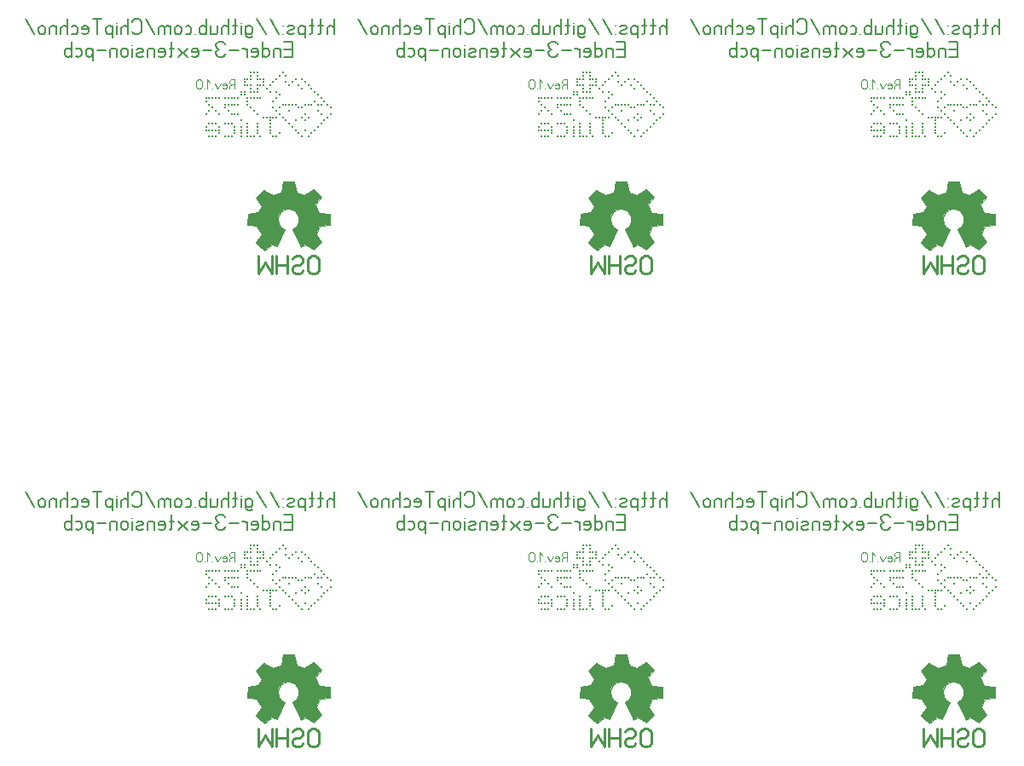
<source format=gbr>
%FSLAX34Y34*%
%MOMM*%
%LNSILK_BOTTOM_*%
G71*
G01*
%ADD10C, 0.10*%
%ADD11C, 0.19*%
%ADD12C, 0.22*%
%ADD13R, 0.27X0.27*%
%ADD14C, 0.11*%
%LPD*%
G54D10*
X270272Y634206D02*
X281384Y634206D01*
X283766Y623888D01*
X291306Y620712D01*
X300434Y626666D01*
X308372Y619522D01*
X302022Y611584D01*
X305594Y603647D01*
X316706Y602059D01*
X316706Y591344D01*
X306784Y590153D01*
X303212Y581819D01*
X308372Y574278D01*
X300831Y566738D01*
X292100Y572294D01*
X287734Y569516D01*
X280194Y586184D01*
G54D10*
X271462Y586184D02*
X263922Y569912D01*
X259556Y571897D01*
X251222Y566341D01*
X242888Y573881D01*
X248841Y581819D01*
X245269Y590153D01*
X234950Y591344D01*
X235347Y602059D01*
X246062Y604044D01*
X248841Y610394D01*
X242888Y618728D01*
X250825Y626269D01*
X259953Y620712D01*
X268684Y623888D01*
X270272Y634206D01*
G54D10*
G75*
G01X279925Y586869D02*
G03X271719Y586869I-4103J9665D01*
G01*
G36*
X235347Y602059D02*
X246062Y604044D01*
X248841Y610394D01*
X242888Y618728D01*
X250825Y626269D01*
X259953Y620712D01*
X268684Y623888D01*
X270272Y634206D01*
X281384Y634206D01*
X283766Y623888D01*
X291306Y620712D01*
X300434Y626666D01*
X308372Y619522D01*
X302022Y611584D01*
X305594Y603647D01*
X316706Y602059D01*
X316706Y591344D01*
X306784Y590153D01*
X303212Y581819D01*
X308372Y574278D01*
X300831Y566738D01*
X292100Y572294D01*
X287734Y569516D01*
X279797Y586978D01*
X280988Y587375D01*
X282178Y588169D01*
X284559Y590550D01*
X286147Y593725D01*
X286544Y595709D01*
X286544Y597297D01*
X286147Y599678D01*
X284956Y602456D01*
X282575Y605234D01*
X280591Y606425D01*
X278606Y607219D01*
X276225Y607616D01*
X273844Y607219D01*
X270669Y606425D01*
X267891Y604044D01*
X265112Y600075D01*
X265112Y593725D01*
X266303Y591344D01*
X267891Y588962D01*
X270272Y586978D01*
X271859Y586978D01*
X263922Y569912D01*
X259556Y571897D01*
X251222Y566341D01*
X242888Y573881D01*
X248841Y581819D01*
X235347Y602059D01*
G37*
G54D10*
X235347Y602059D02*
X246062Y604044D01*
X248841Y610394D01*
X242888Y618728D01*
X250825Y626269D01*
X259953Y620712D01*
X268684Y623888D01*
X270272Y634206D01*
X281384Y634206D01*
X283766Y623888D01*
X291306Y620712D01*
X300434Y626666D01*
X308372Y619522D01*
X302022Y611584D01*
X305594Y603647D01*
X316706Y602059D01*
X316706Y591344D01*
X306784Y590153D01*
X303212Y581819D01*
X308372Y574278D01*
X300831Y566738D01*
X292100Y572294D01*
X287734Y569516D01*
X279797Y586978D01*
X280988Y587375D01*
X282178Y588169D01*
X284559Y590550D01*
X286147Y593725D01*
X286544Y595709D01*
X286544Y597297D01*
X286147Y599678D01*
X284956Y602456D01*
X282575Y605234D01*
X280591Y606425D01*
X278606Y607219D01*
X276225Y607616D01*
X273844Y607219D01*
X270669Y606425D01*
X267891Y604044D01*
X265112Y600075D01*
X265112Y593725D01*
X266303Y591344D01*
X267891Y588962D01*
X270272Y586978D01*
X271859Y586978D01*
X263922Y569912D01*
X259556Y571897D01*
X251222Y566341D01*
X242888Y573881D01*
X248841Y581819D01*
X235347Y602059D01*
G36*
X235347Y602059D02*
X234950Y591344D01*
X245269Y590153D01*
X235347Y602059D01*
G37*
G54D10*
X235347Y602059D02*
X234950Y591344D01*
X245269Y590153D01*
X235347Y602059D01*
G54D11*
X320675Y781050D02*
X320675Y796161D01*
G54D11*
X320675Y787094D02*
X319542Y788983D01*
X317275Y789550D01*
X315008Y788983D01*
X313875Y787094D01*
X313875Y781050D01*
G54D11*
X307452Y796161D02*
X307452Y781994D01*
X306319Y781050D01*
X305186Y781428D01*
G54D11*
X309719Y789550D02*
X305186Y789550D01*
G54D11*
X298763Y796161D02*
X298763Y781994D01*
X297630Y781050D01*
X296497Y781428D01*
G54D11*
X301030Y789550D02*
X296497Y789550D01*
G54D11*
X292341Y789550D02*
X292341Y777272D01*
G54D11*
X292341Y783883D02*
X291208Y781428D01*
X288941Y781050D01*
X286674Y781428D01*
X285541Y783317D01*
X285541Y787094D01*
X286674Y788983D01*
X288941Y789550D01*
X291208Y788983D01*
X292341Y786717D01*
G54D11*
X281385Y781994D02*
X279118Y781050D01*
X276852Y781050D01*
X274585Y781994D01*
X274585Y783883D01*
X275718Y784828D01*
X280252Y785772D01*
X281385Y786717D01*
X281385Y788606D01*
X279118Y789550D01*
X276852Y789550D01*
X274585Y788606D01*
G54D11*
X270429Y781050D02*
X270429Y781050D01*
G54D11*
X270429Y789550D02*
X270429Y789550D01*
G54D11*
X266273Y781050D02*
X257206Y796161D01*
G54D11*
X253050Y781050D02*
X243983Y796161D01*
G54D11*
X239827Y778217D02*
X237560Y777272D01*
X235974Y777272D01*
X233707Y778217D01*
X233027Y780106D01*
X233027Y789550D01*
G54D11*
X233027Y787094D02*
X234160Y788983D01*
X236427Y789550D01*
X238694Y788983D01*
X239827Y787094D01*
X239827Y783317D01*
X238694Y781428D01*
X236427Y781050D01*
X234160Y781428D01*
X233027Y783317D01*
G54D11*
X228871Y781050D02*
X228871Y789550D01*
G54D11*
X228871Y792383D02*
X228871Y792383D01*
G54D11*
X222448Y796161D02*
X222448Y781994D01*
X221315Y781050D01*
X220182Y781428D01*
G54D11*
X224715Y789550D02*
X220182Y789550D01*
G54D11*
X216026Y781050D02*
X216026Y796161D01*
G54D11*
X216026Y787094D02*
X214893Y788983D01*
X212626Y789550D01*
X210359Y788983D01*
X209226Y787094D01*
X209226Y781050D01*
G54D11*
X198270Y789550D02*
X198270Y781050D01*
G54D11*
X198270Y782939D02*
X199403Y781428D01*
X201670Y781050D01*
X203937Y781428D01*
X205070Y782939D01*
X205070Y789550D01*
G54D11*
X194114Y781050D02*
X194114Y796161D01*
G54D11*
X194114Y787094D02*
X192981Y788983D01*
X190714Y789550D01*
X188447Y788983D01*
X187314Y787094D01*
X187314Y783317D01*
X188447Y781428D01*
X190714Y781050D01*
X192981Y781428D01*
X194114Y783317D01*
G54D11*
X183158Y781050D02*
X183158Y781050D01*
G54D11*
X173335Y788983D02*
X175602Y789550D01*
X177869Y788983D01*
X179002Y787094D01*
X179002Y783317D01*
X177869Y781428D01*
X175602Y781050D01*
X173335Y781428D01*
G54D11*
X162379Y783317D02*
X162379Y787094D01*
X163512Y788983D01*
X165779Y789550D01*
X168046Y788983D01*
X169179Y787094D01*
X169179Y783317D01*
X168046Y781428D01*
X165779Y781050D01*
X163512Y781428D01*
X162379Y783317D01*
G54D11*
X158223Y781050D02*
X158223Y789550D01*
G54D11*
X158223Y788039D02*
X155956Y789550D01*
X153690Y788983D01*
X152556Y787661D01*
X152556Y781050D01*
G54D11*
X152556Y788039D02*
X150290Y789550D01*
X148023Y788983D01*
X146890Y787661D01*
X146890Y781050D01*
G54D11*
X142734Y781050D02*
X133667Y796161D01*
G54D11*
X120444Y783883D02*
X121578Y781994D01*
X123844Y781050D01*
X126111Y781050D01*
X128378Y781994D01*
X129511Y783883D01*
X129511Y793328D01*
X128378Y795217D01*
X126111Y796161D01*
X123844Y796161D01*
X121578Y795217D01*
X120444Y793328D01*
G54D11*
X116288Y781050D02*
X116288Y796161D01*
G54D11*
X116288Y787094D02*
X115155Y788983D01*
X112888Y789550D01*
X110621Y788983D01*
X109488Y787094D01*
X109488Y781050D01*
G54D11*
X105332Y781050D02*
X105332Y789550D01*
G54D11*
X105332Y792383D02*
X105332Y792383D01*
G54D11*
X101176Y789550D02*
X101176Y777272D01*
G54D11*
X101176Y783883D02*
X100043Y781428D01*
X97776Y781050D01*
X95509Y781428D01*
X94376Y783317D01*
X94376Y787094D01*
X95509Y788983D01*
X97776Y789550D01*
X100043Y788983D01*
X101176Y786717D01*
G54D11*
X85687Y781050D02*
X85687Y796161D01*
G54D11*
X90220Y796161D02*
X81153Y796161D01*
G54D11*
X70197Y781994D02*
X72010Y781050D01*
X74277Y781050D01*
X76544Y781994D01*
X76997Y783883D01*
X76997Y787094D01*
X75864Y788983D01*
X73597Y789550D01*
X71330Y788983D01*
X70197Y787661D01*
X70197Y785772D01*
X76997Y785772D01*
G54D11*
X60374Y788983D02*
X62641Y789550D01*
X64908Y788983D01*
X66041Y787094D01*
X66041Y783317D01*
X64908Y781428D01*
X62641Y781050D01*
X60374Y781428D01*
G54D11*
X56218Y781050D02*
X56218Y796161D01*
G54D11*
X56218Y787094D02*
X55085Y788983D01*
X52818Y789550D01*
X50551Y788983D01*
X49418Y787094D01*
X49418Y781050D01*
G54D11*
X45262Y781050D02*
X45262Y789550D01*
G54D11*
X45262Y787661D02*
X44129Y788983D01*
X41862Y789550D01*
X39595Y788983D01*
X38462Y787661D01*
X38462Y781050D01*
G54D11*
X27506Y783317D02*
X27506Y787094D01*
X28639Y788983D01*
X30906Y789550D01*
X33173Y788983D01*
X34306Y787094D01*
X34306Y783317D01*
X33173Y781428D01*
X30906Y781050D01*
X28639Y781428D01*
X27506Y783317D01*
G54D11*
X23350Y781050D02*
X14283Y796161D01*
G54D11*
X271467Y758508D02*
X279400Y758508D01*
X279400Y773619D01*
X271467Y773619D01*
G54D11*
X279400Y766063D02*
X271467Y766063D01*
G54D11*
X267311Y758508D02*
X267311Y767008D01*
G54D11*
X267311Y765119D02*
X266178Y766441D01*
X263911Y767008D01*
X261644Y766441D01*
X260511Y765119D01*
X260511Y758508D01*
G54D11*
X249555Y758508D02*
X249555Y773619D01*
G54D11*
X249555Y764552D02*
X250688Y766441D01*
X252955Y767008D01*
X255222Y766441D01*
X256355Y764552D01*
X256355Y760774D01*
X255222Y758885D01*
X252955Y758508D01*
X250688Y758885D01*
X249555Y760774D01*
G54D11*
X238599Y759452D02*
X240412Y758508D01*
X242679Y758508D01*
X244946Y759452D01*
X245399Y761341D01*
X245399Y764552D01*
X244266Y766441D01*
X241999Y767008D01*
X239732Y766441D01*
X238599Y765119D01*
X238599Y763230D01*
X245399Y763230D01*
G54D11*
X234443Y758508D02*
X234443Y767008D01*
G54D11*
X234443Y765119D02*
X232176Y767008D01*
X229910Y767008D01*
G54D11*
X225754Y765119D02*
X216687Y765119D01*
G54D11*
X212531Y770785D02*
X211398Y772674D01*
X209131Y773619D01*
X206864Y773619D01*
X204598Y772674D01*
X203464Y770785D01*
X203464Y768896D01*
X204598Y767008D01*
X206864Y766063D01*
X204598Y765119D01*
X203464Y763230D01*
X203464Y761341D01*
X204598Y759452D01*
X206864Y758508D01*
X209131Y758508D01*
X211398Y759452D01*
X212531Y761341D01*
G54D11*
X199308Y765119D02*
X190241Y765119D01*
G54D11*
X179285Y759452D02*
X181098Y758508D01*
X183365Y758508D01*
X185632Y759452D01*
X186085Y761341D01*
X186085Y764552D01*
X184952Y766441D01*
X182685Y767008D01*
X180418Y766441D01*
X179285Y765119D01*
X179285Y763230D01*
X186085Y763230D01*
G54D11*
X175129Y767008D02*
X166062Y758508D01*
G54D11*
X175129Y758508D02*
X166062Y767008D01*
G54D11*
X159639Y773619D02*
X159639Y759452D01*
X158506Y758508D01*
X157373Y758885D01*
G54D11*
X161906Y767008D02*
X157373Y767008D01*
G54D11*
X146417Y759452D02*
X148230Y758508D01*
X150497Y758508D01*
X152764Y759452D01*
X153217Y761341D01*
X153217Y764552D01*
X152084Y766441D01*
X149817Y767008D01*
X147550Y766441D01*
X146417Y765119D01*
X146417Y763230D01*
X153217Y763230D01*
G54D11*
X142261Y758508D02*
X142261Y767008D01*
G54D11*
X142261Y765119D02*
X141128Y766441D01*
X138861Y767008D01*
X136594Y766441D01*
X135461Y765119D01*
X135461Y758508D01*
G54D11*
X131305Y759452D02*
X129038Y758508D01*
X126772Y758508D01*
X124505Y759452D01*
X124505Y761341D01*
X125638Y762285D01*
X130172Y763230D01*
X131305Y764174D01*
X131305Y766063D01*
X129038Y767008D01*
X126772Y767008D01*
X124505Y766063D01*
G54D11*
X120349Y758508D02*
X120349Y767008D01*
G54D11*
X120349Y769841D02*
X120349Y769841D01*
G54D11*
X109393Y760774D02*
X109393Y764552D01*
X110526Y766441D01*
X112793Y767008D01*
X115060Y766441D01*
X116193Y764552D01*
X116193Y760774D01*
X115060Y758885D01*
X112793Y758508D01*
X110526Y758885D01*
X109393Y760774D01*
G54D11*
X105237Y758508D02*
X105237Y767008D01*
G54D11*
X105237Y765119D02*
X104104Y766441D01*
X101837Y767008D01*
X99570Y766441D01*
X98437Y765119D01*
X98437Y758508D01*
G54D11*
X94281Y765119D02*
X85214Y765119D01*
G54D11*
X81058Y767008D02*
X81058Y754730D01*
G54D11*
X81058Y761341D02*
X79925Y758885D01*
X77658Y758508D01*
X75391Y758885D01*
X74258Y760774D01*
X74258Y764552D01*
X75391Y766441D01*
X77658Y767008D01*
X79925Y766441D01*
X81058Y764174D01*
G54D11*
X64435Y766441D02*
X66702Y767008D01*
X68969Y766441D01*
X70102Y764552D01*
X70102Y760774D01*
X68969Y758885D01*
X66702Y758508D01*
X64435Y758885D01*
G54D11*
X60279Y758508D02*
X60279Y773619D01*
G54D11*
X60279Y764552D02*
X59146Y766441D01*
X56879Y767008D01*
X54612Y766441D01*
X53479Y764552D01*
X53479Y760774D01*
X54612Y758885D01*
X56879Y758508D01*
X59146Y758885D01*
X60279Y760774D01*
G54D12*
X294927Y557369D02*
X294927Y546258D01*
X296260Y544036D01*
X298927Y542925D01*
X301594Y542925D01*
X304260Y544036D01*
X305594Y546258D01*
X305594Y557369D01*
X304260Y559592D01*
X301594Y560703D01*
X298927Y560703D01*
X296260Y559592D01*
X294927Y557369D01*
G54D12*
X290038Y546258D02*
X288704Y544036D01*
X286038Y542925D01*
X283371Y542925D01*
X280704Y544036D01*
X279371Y546258D01*
X279371Y548481D01*
X280704Y550703D01*
X283371Y551814D01*
X286038Y551814D01*
X288704Y552925D01*
X290038Y555147D01*
X290038Y557369D01*
X288704Y559592D01*
X286038Y560703D01*
X283371Y560703D01*
X280704Y559592D01*
X279371Y557369D01*
G54D12*
X274482Y542925D02*
X274482Y560703D01*
G54D12*
X263815Y542925D02*
X263815Y560703D01*
G54D12*
X274482Y551814D02*
X263815Y551814D01*
G54D12*
X258926Y560703D02*
X258926Y542925D01*
X252259Y554036D01*
X245592Y542925D01*
X245592Y560703D01*
X317500Y701675D02*
G54D13*
D03*
X314325Y698500D02*
G54D13*
D03*
X311150Y695325D02*
G54D13*
D03*
X307975Y692150D02*
G54D13*
D03*
X317500Y708025D02*
G54D13*
D03*
X314325Y711200D02*
G54D13*
D03*
X311150Y714375D02*
G54D13*
D03*
X307975Y717550D02*
G54D13*
D03*
X304800Y720725D02*
G54D13*
D03*
X304800Y688975D02*
G54D13*
D03*
X301625Y685800D02*
G54D13*
D03*
X298450Y682625D02*
G54D13*
D03*
X295275Y679450D02*
G54D13*
D03*
X288925Y679450D02*
G54D13*
D03*
X285750Y682625D02*
G54D13*
D03*
X282575Y685800D02*
G54D13*
D03*
X279400Y688975D02*
G54D13*
D03*
X276225Y692150D02*
G54D13*
D03*
X273050Y695325D02*
G54D13*
D03*
X269875Y698500D02*
G54D13*
D03*
X266700Y701675D02*
G54D13*
D03*
X263525Y704850D02*
G54D13*
D03*
X301625Y723900D02*
G54D13*
D03*
X298450Y727075D02*
G54D13*
D03*
X295275Y730250D02*
G54D13*
D03*
X292100Y733425D02*
G54D13*
D03*
X276225Y730250D02*
G54D13*
D03*
X266700Y720725D02*
G54D13*
D03*
X263525Y723900D02*
G54D13*
D03*
X273050Y733425D02*
G54D13*
D03*
X273050Y739775D02*
G54D13*
D03*
X269875Y742950D02*
G54D13*
D03*
X266700Y739775D02*
G54D13*
D03*
X263525Y736600D02*
G54D13*
D03*
X260350Y733425D02*
G54D13*
D03*
X257175Y730250D02*
G54D13*
D03*
X254000Y727075D02*
G54D13*
D03*
X257175Y723900D02*
G54D13*
D03*
X307975Y711200D02*
G54D13*
D03*
X304800Y711200D02*
G54D13*
D03*
X301625Y714375D02*
G54D13*
D03*
X298450Y711200D02*
G54D13*
D03*
X295275Y711200D02*
G54D13*
D03*
X292100Y711200D02*
G54D13*
D03*
X288925Y708025D02*
G54D13*
D03*
X285750Y708025D02*
G54D13*
D03*
X282575Y711200D02*
G54D13*
D03*
X279400Y711200D02*
G54D13*
D03*
X276225Y711200D02*
G54D13*
D03*
X273050Y711200D02*
G54D13*
D03*
X269875Y711200D02*
G54D13*
D03*
X266700Y708025D02*
G54D13*
D03*
X250825Y736600D02*
G54D13*
D03*
X250825Y733425D02*
G54D13*
D03*
X250825Y730250D02*
G54D13*
D03*
X247650Y730250D02*
G54D13*
D03*
X247650Y736600D02*
G54D13*
D03*
X244475Y736600D02*
G54D13*
D03*
X244475Y739775D02*
G54D13*
D03*
X244475Y742950D02*
G54D13*
D03*
X241300Y742950D02*
G54D13*
D03*
X238125Y742950D02*
G54D13*
D03*
X238125Y739775D02*
G54D13*
D03*
X238125Y736600D02*
G54D13*
D03*
X234950Y736600D02*
G54D13*
D03*
X231775Y736600D02*
G54D13*
D03*
X231775Y733425D02*
G54D13*
D03*
X231775Y730250D02*
G54D13*
D03*
X234950Y730250D02*
G54D13*
D03*
X238125Y730250D02*
G54D13*
D03*
X244475Y730250D02*
G54D13*
D03*
X244475Y727075D02*
G54D13*
D03*
X244475Y723900D02*
G54D13*
D03*
X241300Y723900D02*
G54D13*
D03*
X238125Y723900D02*
G54D13*
D03*
X238125Y727075D02*
G54D13*
D03*
X288925Y736600D02*
G54D13*
D03*
X282575Y736600D02*
G54D13*
D03*
X279400Y733425D02*
G54D13*
D03*
X263525Y717550D02*
G54D13*
D03*
X260350Y714375D02*
G54D13*
D03*
X260350Y708025D02*
G54D13*
D03*
X263525Y698500D02*
G54D13*
D03*
X260350Y698500D02*
G54D13*
D03*
X257175Y698500D02*
G54D13*
D03*
X254000Y698500D02*
G54D13*
D03*
X250825Y698500D02*
G54D13*
D03*
X257175Y695325D02*
G54D13*
D03*
X257175Y692150D02*
G54D13*
D03*
X257175Y688975D02*
G54D13*
D03*
X257175Y685800D02*
G54D13*
D03*
X257175Y682625D02*
G54D13*
D03*
X260350Y679450D02*
G54D13*
D03*
X263525Y679450D02*
G54D13*
D03*
X266700Y682625D02*
G54D13*
D03*
X247650Y679450D02*
G54D13*
D03*
X244475Y682625D02*
G54D13*
D03*
X244475Y685800D02*
G54D13*
D03*
X244475Y688975D02*
G54D13*
D03*
X244475Y692150D02*
G54D13*
D03*
X241300Y679450D02*
G54D13*
D03*
X238125Y679450D02*
G54D13*
D03*
X234950Y679450D02*
G54D13*
D03*
X234950Y682625D02*
G54D13*
D03*
X234950Y685800D02*
G54D13*
D03*
X234950Y688975D02*
G54D13*
D03*
X234950Y692150D02*
G54D13*
D03*
X228600Y695325D02*
G54D13*
D03*
X228600Y688975D02*
G54D13*
D03*
X228600Y685800D02*
G54D13*
D03*
X228600Y682625D02*
G54D13*
D03*
X228600Y679450D02*
G54D13*
D03*
X222250Y682625D02*
G54D13*
D03*
X222250Y685800D02*
G54D13*
D03*
X222250Y688975D02*
G54D13*
D03*
X219075Y692150D02*
G54D13*
D03*
X215900Y692150D02*
G54D13*
D03*
X219075Y679450D02*
G54D13*
D03*
X215900Y679450D02*
G54D13*
D03*
X212725Y679450D02*
G54D13*
D03*
X212725Y692150D02*
G54D13*
D03*
X206375Y682625D02*
G54D13*
D03*
X206375Y685800D02*
G54D13*
D03*
X206375Y688975D02*
G54D13*
D03*
X203200Y692150D02*
G54D13*
D03*
X200025Y692150D02*
G54D13*
D03*
X196850Y692150D02*
G54D13*
D03*
X203200Y679450D02*
G54D13*
D03*
X200025Y679450D02*
G54D13*
D03*
X196850Y679450D02*
G54D13*
D03*
X193675Y688975D02*
G54D13*
D03*
X193675Y685800D02*
G54D13*
D03*
X196850Y685800D02*
G54D13*
D03*
X200025Y685800D02*
G54D13*
D03*
X203200Y685800D02*
G54D13*
D03*
X295275Y698500D02*
G54D13*
D03*
X292100Y695325D02*
G54D13*
D03*
X288925Y698500D02*
G54D13*
D03*
X292100Y701675D02*
G54D13*
D03*
X282575Y695325D02*
G54D13*
D03*
X304800Y704850D02*
G54D13*
D03*
X276225Y704850D02*
G54D13*
D03*
X292100Y685800D02*
G54D13*
D03*
X307975Y701675D02*
G54D13*
D03*
X247650Y717550D02*
G54D13*
D03*
X244475Y717550D02*
G54D13*
D03*
X241300Y717550D02*
G54D13*
D03*
X238125Y717550D02*
G54D13*
D03*
X234950Y717550D02*
G54D13*
D03*
X234950Y714375D02*
G54D13*
D03*
X234950Y711200D02*
G54D13*
D03*
X238125Y708025D02*
G54D13*
D03*
X241300Y704850D02*
G54D13*
D03*
X244475Y701675D02*
G54D13*
D03*
X231775Y723900D02*
G54D13*
D03*
X231775Y720725D02*
G54D13*
D03*
X228600Y720725D02*
G54D13*
D03*
X228600Y723900D02*
G54D13*
D03*
X225425Y717550D02*
G54D13*
D03*
X222250Y717550D02*
G54D13*
D03*
X219075Y717550D02*
G54D13*
D03*
X215900Y717550D02*
G54D13*
D03*
X212725Y717550D02*
G54D13*
D03*
X225425Y711200D02*
G54D13*
D03*
X222250Y711200D02*
G54D13*
D03*
X219075Y711200D02*
G54D13*
D03*
X215900Y711200D02*
G54D13*
D03*
X212725Y711200D02*
G54D13*
D03*
X212725Y708025D02*
G54D13*
D03*
X215900Y704850D02*
G54D13*
D03*
X219075Y701675D02*
G54D13*
D03*
X225425Y701675D02*
G54D13*
D03*
X222250Y701675D02*
G54D13*
D03*
X206375Y717550D02*
G54D13*
D03*
X203200Y717550D02*
G54D13*
D03*
X200025Y717550D02*
G54D13*
D03*
X196850Y717550D02*
G54D13*
D03*
X193675Y717550D02*
G54D13*
D03*
X193675Y714375D02*
G54D13*
D03*
X196850Y711200D02*
G54D13*
D03*
X200025Y708025D02*
G54D13*
D03*
X203200Y704850D02*
G54D13*
D03*
X206375Y701675D02*
G54D13*
D03*
X196850Y704850D02*
G54D13*
D03*
X193675Y701675D02*
G54D13*
D03*
X285750Y730250D02*
G54D13*
D03*
X288925Y727075D02*
G54D13*
D03*
G54D14*
X219583Y731519D02*
X217583Y730408D01*
X216917Y729297D01*
X216917Y727075D01*
G54D14*
X222250Y727075D02*
X222250Y735964D01*
X218917Y735964D01*
X217583Y735408D01*
X216917Y734297D01*
X216917Y733186D01*
X217583Y732075D01*
X218917Y731519D01*
X222250Y731519D01*
G54D14*
X210473Y727631D02*
X211540Y727075D01*
X212873Y727075D01*
X214206Y727631D01*
X214473Y728742D01*
X214473Y730631D01*
X213806Y731742D01*
X212473Y732075D01*
X211140Y731742D01*
X210473Y730964D01*
X210473Y729853D01*
X214473Y729853D01*
G54D14*
X208029Y732075D02*
X205362Y727075D01*
X202696Y732075D01*
G54D14*
X200252Y727075D02*
X200252Y727075D01*
G54D14*
X197808Y732631D02*
X194475Y735964D01*
X194475Y727075D01*
G54D14*
X192031Y727075D02*
X192031Y727075D01*
G54D14*
X184254Y734297D02*
X184254Y728742D01*
X184920Y727631D01*
X186254Y727075D01*
X187587Y727075D01*
X188920Y727631D01*
X189587Y728742D01*
X189587Y734297D01*
X188920Y735408D01*
X187587Y735964D01*
X186254Y735964D01*
X184920Y735408D01*
X184254Y734297D01*
G54D10*
X600472Y634206D02*
X611584Y634206D01*
X613966Y623888D01*
X621506Y620712D01*
X630634Y626666D01*
X638572Y619522D01*
X632222Y611584D01*
X635794Y603647D01*
X646906Y602059D01*
X646906Y591344D01*
X636984Y590153D01*
X633412Y581819D01*
X638572Y574278D01*
X631031Y566738D01*
X622300Y572294D01*
X617934Y569516D01*
X610394Y586184D01*
G54D10*
X601662Y586184D02*
X594122Y569912D01*
X589756Y571897D01*
X581422Y566341D01*
X573088Y573881D01*
X579041Y581819D01*
X575469Y590153D01*
X565150Y591344D01*
X565547Y602059D01*
X576262Y604044D01*
X579041Y610394D01*
X573088Y618728D01*
X581025Y626269D01*
X590153Y620712D01*
X598884Y623888D01*
X600472Y634206D01*
G54D10*
G75*
G01X610125Y586869D02*
G03X601919Y586869I-4103J9665D01*
G01*
G36*
X565547Y602059D02*
X576262Y604044D01*
X579041Y610394D01*
X573088Y618728D01*
X581025Y626269D01*
X590153Y620712D01*
X598884Y623888D01*
X600472Y634206D01*
X611584Y634206D01*
X613966Y623888D01*
X621506Y620712D01*
X630634Y626666D01*
X638572Y619522D01*
X632222Y611584D01*
X635794Y603647D01*
X646906Y602059D01*
X646906Y591344D01*
X636984Y590153D01*
X633412Y581819D01*
X638572Y574278D01*
X631031Y566738D01*
X622300Y572294D01*
X617934Y569516D01*
X609997Y586978D01*
X611188Y587375D01*
X612378Y588169D01*
X614759Y590550D01*
X616347Y593725D01*
X616744Y595709D01*
X616744Y597297D01*
X616347Y599678D01*
X615156Y602456D01*
X612775Y605234D01*
X610791Y606425D01*
X608806Y607219D01*
X606425Y607616D01*
X604044Y607219D01*
X600869Y606425D01*
X598091Y604044D01*
X595312Y600075D01*
X595312Y593725D01*
X596503Y591344D01*
X598091Y588962D01*
X600472Y586978D01*
X602059Y586978D01*
X594122Y569912D01*
X589756Y571897D01*
X581422Y566341D01*
X573088Y573881D01*
X579041Y581819D01*
X565547Y602059D01*
G37*
G54D10*
X565547Y602059D02*
X576262Y604044D01*
X579041Y610394D01*
X573088Y618728D01*
X581025Y626269D01*
X590153Y620712D01*
X598884Y623888D01*
X600472Y634206D01*
X611584Y634206D01*
X613966Y623888D01*
X621506Y620712D01*
X630634Y626666D01*
X638572Y619522D01*
X632222Y611584D01*
X635794Y603647D01*
X646906Y602059D01*
X646906Y591344D01*
X636984Y590153D01*
X633412Y581819D01*
X638572Y574278D01*
X631031Y566738D01*
X622300Y572294D01*
X617934Y569516D01*
X609997Y586978D01*
X611188Y587375D01*
X612378Y588169D01*
X614759Y590550D01*
X616347Y593725D01*
X616744Y595709D01*
X616744Y597297D01*
X616347Y599678D01*
X615156Y602456D01*
X612775Y605234D01*
X610791Y606425D01*
X608806Y607219D01*
X606425Y607616D01*
X604044Y607219D01*
X600869Y606425D01*
X598091Y604044D01*
X595312Y600075D01*
X595312Y593725D01*
X596503Y591344D01*
X598091Y588962D01*
X600472Y586978D01*
X602059Y586978D01*
X594122Y569912D01*
X589756Y571897D01*
X581422Y566341D01*
X573088Y573881D01*
X579041Y581819D01*
X565547Y602059D01*
G36*
X565547Y602059D02*
X565150Y591344D01*
X575469Y590153D01*
X565547Y602059D01*
G37*
G54D10*
X565547Y602059D02*
X565150Y591344D01*
X575469Y590153D01*
X565547Y602059D01*
G54D11*
X650875Y781050D02*
X650875Y796161D01*
G54D11*
X650875Y787094D02*
X649742Y788983D01*
X647475Y789550D01*
X645208Y788983D01*
X644075Y787094D01*
X644075Y781050D01*
G54D11*
X637652Y796161D02*
X637652Y781994D01*
X636519Y781050D01*
X635386Y781428D01*
G54D11*
X639919Y789550D02*
X635386Y789550D01*
G54D11*
X628963Y796161D02*
X628963Y781994D01*
X627830Y781050D01*
X626697Y781428D01*
G54D11*
X631230Y789550D02*
X626697Y789550D01*
G54D11*
X622541Y789550D02*
X622541Y777272D01*
G54D11*
X622541Y783883D02*
X621408Y781428D01*
X619141Y781050D01*
X616874Y781428D01*
X615741Y783317D01*
X615741Y787094D01*
X616874Y788983D01*
X619141Y789550D01*
X621408Y788983D01*
X622541Y786717D01*
G54D11*
X611585Y781994D02*
X609318Y781050D01*
X607052Y781050D01*
X604785Y781994D01*
X604785Y783883D01*
X605918Y784828D01*
X610452Y785772D01*
X611585Y786717D01*
X611585Y788606D01*
X609318Y789550D01*
X607052Y789550D01*
X604785Y788606D01*
G54D11*
X600629Y781050D02*
X600629Y781050D01*
G54D11*
X600629Y789550D02*
X600629Y789550D01*
G54D11*
X596473Y781050D02*
X587406Y796161D01*
G54D11*
X583250Y781050D02*
X574183Y796161D01*
G54D11*
X570027Y778217D02*
X567760Y777272D01*
X566174Y777272D01*
X563907Y778217D01*
X563227Y780106D01*
X563227Y789550D01*
G54D11*
X563227Y787094D02*
X564360Y788983D01*
X566627Y789550D01*
X568894Y788983D01*
X570027Y787094D01*
X570027Y783317D01*
X568894Y781428D01*
X566627Y781050D01*
X564360Y781428D01*
X563227Y783317D01*
G54D11*
X559071Y781050D02*
X559071Y789550D01*
G54D11*
X559071Y792383D02*
X559071Y792383D01*
G54D11*
X552648Y796161D02*
X552648Y781994D01*
X551515Y781050D01*
X550382Y781428D01*
G54D11*
X554915Y789550D02*
X550382Y789550D01*
G54D11*
X546226Y781050D02*
X546226Y796161D01*
G54D11*
X546226Y787094D02*
X545093Y788983D01*
X542826Y789550D01*
X540559Y788983D01*
X539426Y787094D01*
X539426Y781050D01*
G54D11*
X528470Y789550D02*
X528470Y781050D01*
G54D11*
X528470Y782939D02*
X529603Y781428D01*
X531870Y781050D01*
X534137Y781428D01*
X535270Y782939D01*
X535270Y789550D01*
G54D11*
X524314Y781050D02*
X524314Y796161D01*
G54D11*
X524314Y787094D02*
X523181Y788983D01*
X520914Y789550D01*
X518647Y788983D01*
X517514Y787094D01*
X517514Y783317D01*
X518647Y781428D01*
X520914Y781050D01*
X523181Y781428D01*
X524314Y783317D01*
G54D11*
X513358Y781050D02*
X513358Y781050D01*
G54D11*
X503535Y788983D02*
X505802Y789550D01*
X508069Y788983D01*
X509202Y787094D01*
X509202Y783317D01*
X508069Y781428D01*
X505802Y781050D01*
X503535Y781428D01*
G54D11*
X492579Y783317D02*
X492579Y787094D01*
X493712Y788983D01*
X495979Y789550D01*
X498246Y788983D01*
X499379Y787094D01*
X499379Y783317D01*
X498246Y781428D01*
X495979Y781050D01*
X493712Y781428D01*
X492579Y783317D01*
G54D11*
X488423Y781050D02*
X488423Y789550D01*
G54D11*
X488423Y788039D02*
X486156Y789550D01*
X483890Y788983D01*
X482756Y787661D01*
X482756Y781050D01*
G54D11*
X482756Y788039D02*
X480490Y789550D01*
X478223Y788983D01*
X477090Y787661D01*
X477090Y781050D01*
G54D11*
X472934Y781050D02*
X463867Y796161D01*
G54D11*
X450644Y783883D02*
X451778Y781994D01*
X454044Y781050D01*
X456311Y781050D01*
X458578Y781994D01*
X459711Y783883D01*
X459711Y793328D01*
X458578Y795217D01*
X456311Y796161D01*
X454044Y796161D01*
X451778Y795217D01*
X450644Y793328D01*
G54D11*
X446488Y781050D02*
X446488Y796161D01*
G54D11*
X446488Y787094D02*
X445355Y788983D01*
X443088Y789550D01*
X440821Y788983D01*
X439688Y787094D01*
X439688Y781050D01*
G54D11*
X435532Y781050D02*
X435532Y789550D01*
G54D11*
X435532Y792383D02*
X435532Y792383D01*
G54D11*
X431376Y789550D02*
X431376Y777272D01*
G54D11*
X431376Y783883D02*
X430243Y781428D01*
X427976Y781050D01*
X425709Y781428D01*
X424576Y783317D01*
X424576Y787094D01*
X425709Y788983D01*
X427976Y789550D01*
X430243Y788983D01*
X431376Y786717D01*
G54D11*
X415887Y781050D02*
X415887Y796161D01*
G54D11*
X420420Y796161D02*
X411353Y796161D01*
G54D11*
X400397Y781994D02*
X402210Y781050D01*
X404477Y781050D01*
X406744Y781994D01*
X407197Y783883D01*
X407197Y787094D01*
X406064Y788983D01*
X403797Y789550D01*
X401530Y788983D01*
X400397Y787661D01*
X400397Y785772D01*
X407197Y785772D01*
G54D11*
X390574Y788983D02*
X392841Y789550D01*
X395108Y788983D01*
X396241Y787094D01*
X396241Y783317D01*
X395108Y781428D01*
X392841Y781050D01*
X390574Y781428D01*
G54D11*
X386418Y781050D02*
X386418Y796161D01*
G54D11*
X386418Y787094D02*
X385285Y788983D01*
X383018Y789550D01*
X380751Y788983D01*
X379618Y787094D01*
X379618Y781050D01*
G54D11*
X375462Y781050D02*
X375462Y789550D01*
G54D11*
X375462Y787661D02*
X374329Y788983D01*
X372062Y789550D01*
X369795Y788983D01*
X368662Y787661D01*
X368662Y781050D01*
G54D11*
X357706Y783317D02*
X357706Y787094D01*
X358839Y788983D01*
X361106Y789550D01*
X363373Y788983D01*
X364506Y787094D01*
X364506Y783317D01*
X363373Y781428D01*
X361106Y781050D01*
X358839Y781428D01*
X357706Y783317D01*
G54D11*
X353550Y781050D02*
X344483Y796161D01*
G54D11*
X601667Y758508D02*
X609600Y758508D01*
X609600Y773619D01*
X601667Y773619D01*
G54D11*
X609600Y766063D02*
X601667Y766063D01*
G54D11*
X597511Y758508D02*
X597511Y767008D01*
G54D11*
X597511Y765119D02*
X596378Y766441D01*
X594111Y767008D01*
X591844Y766441D01*
X590711Y765119D01*
X590711Y758508D01*
G54D11*
X579755Y758508D02*
X579755Y773619D01*
G54D11*
X579755Y764552D02*
X580888Y766441D01*
X583155Y767008D01*
X585422Y766441D01*
X586555Y764552D01*
X586555Y760774D01*
X585422Y758885D01*
X583155Y758508D01*
X580888Y758885D01*
X579755Y760774D01*
G54D11*
X568799Y759452D02*
X570612Y758508D01*
X572879Y758508D01*
X575146Y759452D01*
X575599Y761341D01*
X575599Y764552D01*
X574466Y766441D01*
X572199Y767008D01*
X569932Y766441D01*
X568799Y765119D01*
X568799Y763230D01*
X575599Y763230D01*
G54D11*
X564643Y758508D02*
X564643Y767008D01*
G54D11*
X564643Y765119D02*
X562376Y767008D01*
X560110Y767008D01*
G54D11*
X555954Y765119D02*
X546887Y765119D01*
G54D11*
X542731Y770785D02*
X541598Y772674D01*
X539331Y773619D01*
X537064Y773619D01*
X534798Y772674D01*
X533664Y770785D01*
X533664Y768896D01*
X534798Y767008D01*
X537064Y766063D01*
X534798Y765119D01*
X533664Y763230D01*
X533664Y761341D01*
X534798Y759452D01*
X537064Y758508D01*
X539331Y758508D01*
X541598Y759452D01*
X542731Y761341D01*
G54D11*
X529508Y765119D02*
X520441Y765119D01*
G54D11*
X509485Y759452D02*
X511298Y758508D01*
X513565Y758508D01*
X515832Y759452D01*
X516285Y761341D01*
X516285Y764552D01*
X515152Y766441D01*
X512885Y767008D01*
X510618Y766441D01*
X509485Y765119D01*
X509485Y763230D01*
X516285Y763230D01*
G54D11*
X505329Y767008D02*
X496262Y758508D01*
G54D11*
X505329Y758508D02*
X496262Y767008D01*
G54D11*
X489839Y773619D02*
X489839Y759452D01*
X488706Y758508D01*
X487573Y758885D01*
G54D11*
X492106Y767008D02*
X487573Y767008D01*
G54D11*
X476617Y759452D02*
X478430Y758508D01*
X480697Y758508D01*
X482964Y759452D01*
X483417Y761341D01*
X483417Y764552D01*
X482284Y766441D01*
X480017Y767008D01*
X477750Y766441D01*
X476617Y765119D01*
X476617Y763230D01*
X483417Y763230D01*
G54D11*
X472461Y758508D02*
X472461Y767008D01*
G54D11*
X472461Y765119D02*
X471328Y766441D01*
X469061Y767008D01*
X466794Y766441D01*
X465661Y765119D01*
X465661Y758508D01*
G54D11*
X461505Y759452D02*
X459238Y758508D01*
X456972Y758508D01*
X454705Y759452D01*
X454705Y761341D01*
X455838Y762285D01*
X460372Y763230D01*
X461505Y764174D01*
X461505Y766063D01*
X459238Y767008D01*
X456972Y767008D01*
X454705Y766063D01*
G54D11*
X450549Y758508D02*
X450549Y767008D01*
G54D11*
X450549Y769841D02*
X450549Y769841D01*
G54D11*
X439593Y760774D02*
X439593Y764552D01*
X440726Y766441D01*
X442993Y767008D01*
X445260Y766441D01*
X446393Y764552D01*
X446393Y760774D01*
X445260Y758885D01*
X442993Y758508D01*
X440726Y758885D01*
X439593Y760774D01*
G54D11*
X435437Y758508D02*
X435437Y767008D01*
G54D11*
X435437Y765119D02*
X434304Y766441D01*
X432037Y767008D01*
X429770Y766441D01*
X428637Y765119D01*
X428637Y758508D01*
G54D11*
X424481Y765119D02*
X415414Y765119D01*
G54D11*
X411258Y767008D02*
X411258Y754730D01*
G54D11*
X411258Y761341D02*
X410125Y758885D01*
X407858Y758508D01*
X405591Y758885D01*
X404458Y760774D01*
X404458Y764552D01*
X405591Y766441D01*
X407858Y767008D01*
X410125Y766441D01*
X411258Y764174D01*
G54D11*
X394635Y766441D02*
X396902Y767008D01*
X399169Y766441D01*
X400302Y764552D01*
X400302Y760774D01*
X399169Y758885D01*
X396902Y758508D01*
X394635Y758885D01*
G54D11*
X390479Y758508D02*
X390479Y773619D01*
G54D11*
X390479Y764552D02*
X389346Y766441D01*
X387079Y767008D01*
X384812Y766441D01*
X383679Y764552D01*
X383679Y760774D01*
X384812Y758885D01*
X387079Y758508D01*
X389346Y758885D01*
X390479Y760774D01*
G54D12*
X625127Y557369D02*
X625127Y546258D01*
X626460Y544036D01*
X629127Y542925D01*
X631794Y542925D01*
X634460Y544036D01*
X635794Y546258D01*
X635794Y557369D01*
X634460Y559592D01*
X631794Y560703D01*
X629127Y560703D01*
X626460Y559592D01*
X625127Y557369D01*
G54D12*
X620238Y546258D02*
X618904Y544036D01*
X616238Y542925D01*
X613571Y542925D01*
X610904Y544036D01*
X609571Y546258D01*
X609571Y548481D01*
X610904Y550703D01*
X613571Y551814D01*
X616238Y551814D01*
X618904Y552925D01*
X620238Y555147D01*
X620238Y557369D01*
X618904Y559592D01*
X616238Y560703D01*
X613571Y560703D01*
X610904Y559592D01*
X609571Y557369D01*
G54D12*
X604682Y542925D02*
X604682Y560703D01*
G54D12*
X594015Y542925D02*
X594015Y560703D01*
G54D12*
X604682Y551814D02*
X594015Y551814D01*
G54D12*
X589126Y560703D02*
X589126Y542925D01*
X582459Y554036D01*
X575792Y542925D01*
X575792Y560703D01*
X647700Y701675D02*
G54D13*
D03*
X644525Y698500D02*
G54D13*
D03*
X641350Y695325D02*
G54D13*
D03*
X638175Y692150D02*
G54D13*
D03*
X647700Y708025D02*
G54D13*
D03*
X644525Y711200D02*
G54D13*
D03*
X641350Y714375D02*
G54D13*
D03*
X638175Y717550D02*
G54D13*
D03*
X635000Y720725D02*
G54D13*
D03*
X635000Y688975D02*
G54D13*
D03*
X631825Y685800D02*
G54D13*
D03*
X628650Y682625D02*
G54D13*
D03*
X625475Y679450D02*
G54D13*
D03*
X619125Y679450D02*
G54D13*
D03*
X615950Y682625D02*
G54D13*
D03*
X612775Y685800D02*
G54D13*
D03*
X609600Y688975D02*
G54D13*
D03*
X606425Y692150D02*
G54D13*
D03*
X603250Y695325D02*
G54D13*
D03*
X600075Y698500D02*
G54D13*
D03*
X596900Y701675D02*
G54D13*
D03*
X593725Y704850D02*
G54D13*
D03*
X631825Y723900D02*
G54D13*
D03*
X628650Y727075D02*
G54D13*
D03*
X625475Y730250D02*
G54D13*
D03*
X622300Y733425D02*
G54D13*
D03*
X606425Y730250D02*
G54D13*
D03*
X596900Y720725D02*
G54D13*
D03*
X593725Y723900D02*
G54D13*
D03*
X603250Y733425D02*
G54D13*
D03*
X603250Y739775D02*
G54D13*
D03*
X600075Y742950D02*
G54D13*
D03*
X596900Y739775D02*
G54D13*
D03*
X593725Y736600D02*
G54D13*
D03*
X590550Y733425D02*
G54D13*
D03*
X587375Y730250D02*
G54D13*
D03*
X584200Y727075D02*
G54D13*
D03*
X587375Y723900D02*
G54D13*
D03*
X638175Y711200D02*
G54D13*
D03*
X635000Y711200D02*
G54D13*
D03*
X631825Y714375D02*
G54D13*
D03*
X628650Y711200D02*
G54D13*
D03*
X625475Y711200D02*
G54D13*
D03*
X622300Y711200D02*
G54D13*
D03*
X619125Y708025D02*
G54D13*
D03*
X615950Y708025D02*
G54D13*
D03*
X612775Y711200D02*
G54D13*
D03*
X609600Y711200D02*
G54D13*
D03*
X606425Y711200D02*
G54D13*
D03*
X603250Y711200D02*
G54D13*
D03*
X600075Y711200D02*
G54D13*
D03*
X596900Y708025D02*
G54D13*
D03*
X581025Y736600D02*
G54D13*
D03*
X581025Y733425D02*
G54D13*
D03*
X581025Y730250D02*
G54D13*
D03*
X577850Y730250D02*
G54D13*
D03*
X577850Y736600D02*
G54D13*
D03*
X574675Y736600D02*
G54D13*
D03*
X574675Y739775D02*
G54D13*
D03*
X574675Y742950D02*
G54D13*
D03*
X571500Y742950D02*
G54D13*
D03*
X568325Y742950D02*
G54D13*
D03*
X568325Y739775D02*
G54D13*
D03*
X568325Y736600D02*
G54D13*
D03*
X565150Y736600D02*
G54D13*
D03*
X561975Y736600D02*
G54D13*
D03*
X561975Y733425D02*
G54D13*
D03*
X561975Y730250D02*
G54D13*
D03*
X565150Y730250D02*
G54D13*
D03*
X568325Y730250D02*
G54D13*
D03*
X574675Y730250D02*
G54D13*
D03*
X574675Y727075D02*
G54D13*
D03*
X574675Y723900D02*
G54D13*
D03*
X571500Y723900D02*
G54D13*
D03*
X568325Y723900D02*
G54D13*
D03*
X568325Y727075D02*
G54D13*
D03*
X619125Y736600D02*
G54D13*
D03*
X612775Y736600D02*
G54D13*
D03*
X609600Y733425D02*
G54D13*
D03*
X593725Y717550D02*
G54D13*
D03*
X590550Y714375D02*
G54D13*
D03*
X590550Y708025D02*
G54D13*
D03*
X593725Y698500D02*
G54D13*
D03*
X590550Y698500D02*
G54D13*
D03*
X587375Y698500D02*
G54D13*
D03*
X584200Y698500D02*
G54D13*
D03*
X581025Y698500D02*
G54D13*
D03*
X587375Y695325D02*
G54D13*
D03*
X587375Y692150D02*
G54D13*
D03*
X587375Y688975D02*
G54D13*
D03*
X587375Y685800D02*
G54D13*
D03*
X587375Y682625D02*
G54D13*
D03*
X590550Y679450D02*
G54D13*
D03*
X593725Y679450D02*
G54D13*
D03*
X596900Y682625D02*
G54D13*
D03*
X577850Y679450D02*
G54D13*
D03*
X574675Y682625D02*
G54D13*
D03*
X574675Y685800D02*
G54D13*
D03*
X574675Y688975D02*
G54D13*
D03*
X574675Y692150D02*
G54D13*
D03*
X571500Y679450D02*
G54D13*
D03*
X568325Y679450D02*
G54D13*
D03*
X565150Y679450D02*
G54D13*
D03*
X565150Y682625D02*
G54D13*
D03*
X565150Y685800D02*
G54D13*
D03*
X565150Y688975D02*
G54D13*
D03*
X565150Y692150D02*
G54D13*
D03*
X558800Y695325D02*
G54D13*
D03*
X558800Y688975D02*
G54D13*
D03*
X558800Y685800D02*
G54D13*
D03*
X558800Y682625D02*
G54D13*
D03*
X558800Y679450D02*
G54D13*
D03*
X552450Y682625D02*
G54D13*
D03*
X552450Y685800D02*
G54D13*
D03*
X552450Y688975D02*
G54D13*
D03*
X549275Y692150D02*
G54D13*
D03*
X546100Y692150D02*
G54D13*
D03*
X549275Y679450D02*
G54D13*
D03*
X546100Y679450D02*
G54D13*
D03*
X542925Y679450D02*
G54D13*
D03*
X542925Y692150D02*
G54D13*
D03*
X536575Y682625D02*
G54D13*
D03*
X536575Y685800D02*
G54D13*
D03*
X536575Y688975D02*
G54D13*
D03*
X533400Y692150D02*
G54D13*
D03*
X530225Y692150D02*
G54D13*
D03*
X527050Y692150D02*
G54D13*
D03*
X533400Y679450D02*
G54D13*
D03*
X530225Y679450D02*
G54D13*
D03*
X527050Y679450D02*
G54D13*
D03*
X523875Y688975D02*
G54D13*
D03*
X523875Y685800D02*
G54D13*
D03*
X527050Y685800D02*
G54D13*
D03*
X530225Y685800D02*
G54D13*
D03*
X533400Y685800D02*
G54D13*
D03*
X625475Y698500D02*
G54D13*
D03*
X622300Y695325D02*
G54D13*
D03*
X619125Y698500D02*
G54D13*
D03*
X622300Y701675D02*
G54D13*
D03*
X612775Y695325D02*
G54D13*
D03*
X635000Y704850D02*
G54D13*
D03*
X606425Y704850D02*
G54D13*
D03*
X622300Y685800D02*
G54D13*
D03*
X638175Y701675D02*
G54D13*
D03*
X577850Y717550D02*
G54D13*
D03*
X574675Y717550D02*
G54D13*
D03*
X571500Y717550D02*
G54D13*
D03*
X568325Y717550D02*
G54D13*
D03*
X565150Y717550D02*
G54D13*
D03*
X565150Y714375D02*
G54D13*
D03*
X565150Y711200D02*
G54D13*
D03*
X568325Y708025D02*
G54D13*
D03*
X571500Y704850D02*
G54D13*
D03*
X574675Y701675D02*
G54D13*
D03*
X561975Y723900D02*
G54D13*
D03*
X561975Y720725D02*
G54D13*
D03*
X558800Y720725D02*
G54D13*
D03*
X558800Y723900D02*
G54D13*
D03*
X555625Y717550D02*
G54D13*
D03*
X552450Y717550D02*
G54D13*
D03*
X549275Y717550D02*
G54D13*
D03*
X546100Y717550D02*
G54D13*
D03*
X542925Y717550D02*
G54D13*
D03*
X555625Y711200D02*
G54D13*
D03*
X552450Y711200D02*
G54D13*
D03*
X549275Y711200D02*
G54D13*
D03*
X546100Y711200D02*
G54D13*
D03*
X542925Y711200D02*
G54D13*
D03*
X542925Y708025D02*
G54D13*
D03*
X546100Y704850D02*
G54D13*
D03*
X549275Y701675D02*
G54D13*
D03*
X555625Y701675D02*
G54D13*
D03*
X552450Y701675D02*
G54D13*
D03*
X536575Y717550D02*
G54D13*
D03*
X533400Y717550D02*
G54D13*
D03*
X530225Y717550D02*
G54D13*
D03*
X527050Y717550D02*
G54D13*
D03*
X523875Y717550D02*
G54D13*
D03*
X523875Y714375D02*
G54D13*
D03*
X527050Y711200D02*
G54D13*
D03*
X530225Y708025D02*
G54D13*
D03*
X533400Y704850D02*
G54D13*
D03*
X536575Y701675D02*
G54D13*
D03*
X527050Y704850D02*
G54D13*
D03*
X523875Y701675D02*
G54D13*
D03*
X615950Y730250D02*
G54D13*
D03*
X619125Y727075D02*
G54D13*
D03*
G54D14*
X549783Y731519D02*
X547783Y730408D01*
X547117Y729297D01*
X547117Y727075D01*
G54D14*
X552450Y727075D02*
X552450Y735964D01*
X549117Y735964D01*
X547783Y735408D01*
X547117Y734297D01*
X547117Y733186D01*
X547783Y732075D01*
X549117Y731519D01*
X552450Y731519D01*
G54D14*
X540673Y727631D02*
X541740Y727075D01*
X543073Y727075D01*
X544406Y727631D01*
X544673Y728742D01*
X544673Y730631D01*
X544006Y731742D01*
X542673Y732075D01*
X541340Y731742D01*
X540673Y730964D01*
X540673Y729853D01*
X544673Y729853D01*
G54D14*
X538229Y732075D02*
X535562Y727075D01*
X532896Y732075D01*
G54D14*
X530452Y727075D02*
X530452Y727075D01*
G54D14*
X528008Y732631D02*
X524675Y735964D01*
X524675Y727075D01*
G54D14*
X522231Y727075D02*
X522231Y727075D01*
G54D14*
X514454Y734297D02*
X514454Y728742D01*
X515120Y727631D01*
X516454Y727075D01*
X517787Y727075D01*
X519120Y727631D01*
X519787Y728742D01*
X519787Y734297D01*
X519120Y735408D01*
X517787Y735964D01*
X516454Y735964D01*
X515120Y735408D01*
X514454Y734297D01*
G54D10*
X930672Y634206D02*
X941784Y634206D01*
X944166Y623888D01*
X951706Y620712D01*
X960834Y626666D01*
X968772Y619522D01*
X962422Y611584D01*
X965994Y603647D01*
X977106Y602059D01*
X977106Y591344D01*
X967184Y590153D01*
X963612Y581819D01*
X968772Y574278D01*
X961231Y566738D01*
X952500Y572294D01*
X948134Y569516D01*
X940594Y586184D01*
G54D10*
X931862Y586184D02*
X924322Y569912D01*
X919956Y571897D01*
X911622Y566341D01*
X903288Y573881D01*
X909241Y581819D01*
X905669Y590153D01*
X895350Y591344D01*
X895747Y602059D01*
X906462Y604044D01*
X909241Y610394D01*
X903288Y618728D01*
X911225Y626269D01*
X920353Y620712D01*
X929084Y623888D01*
X930672Y634206D01*
G54D10*
G75*
G01X940325Y586869D02*
G03X932119Y586869I-4103J9665D01*
G01*
G36*
X895747Y602059D02*
X906462Y604044D01*
X909241Y610394D01*
X903288Y618728D01*
X911225Y626269D01*
X920353Y620712D01*
X929084Y623888D01*
X930672Y634206D01*
X941784Y634206D01*
X944166Y623888D01*
X951706Y620712D01*
X960834Y626666D01*
X968772Y619522D01*
X962422Y611584D01*
X965994Y603647D01*
X977106Y602059D01*
X977106Y591344D01*
X967184Y590153D01*
X963612Y581819D01*
X968772Y574278D01*
X961231Y566738D01*
X952500Y572294D01*
X948134Y569516D01*
X940197Y586978D01*
X941388Y587375D01*
X942578Y588169D01*
X944959Y590550D01*
X946547Y593725D01*
X946944Y595709D01*
X946944Y597297D01*
X946547Y599678D01*
X945356Y602456D01*
X942975Y605234D01*
X940991Y606425D01*
X939006Y607219D01*
X936625Y607616D01*
X934244Y607219D01*
X931069Y606425D01*
X928291Y604044D01*
X925512Y600075D01*
X925512Y593725D01*
X926703Y591344D01*
X928291Y588962D01*
X930672Y586978D01*
X932259Y586978D01*
X924322Y569912D01*
X919956Y571897D01*
X911622Y566341D01*
X903288Y573881D01*
X909241Y581819D01*
X895747Y602059D01*
G37*
G54D10*
X895747Y602059D02*
X906462Y604044D01*
X909241Y610394D01*
X903288Y618728D01*
X911225Y626269D01*
X920353Y620712D01*
X929084Y623888D01*
X930672Y634206D01*
X941784Y634206D01*
X944166Y623888D01*
X951706Y620712D01*
X960834Y626666D01*
X968772Y619522D01*
X962422Y611584D01*
X965994Y603647D01*
X977106Y602059D01*
X977106Y591344D01*
X967184Y590153D01*
X963612Y581819D01*
X968772Y574278D01*
X961231Y566738D01*
X952500Y572294D01*
X948134Y569516D01*
X940197Y586978D01*
X941388Y587375D01*
X942578Y588169D01*
X944959Y590550D01*
X946547Y593725D01*
X946944Y595709D01*
X946944Y597297D01*
X946547Y599678D01*
X945356Y602456D01*
X942975Y605234D01*
X940991Y606425D01*
X939006Y607219D01*
X936625Y607616D01*
X934244Y607219D01*
X931069Y606425D01*
X928291Y604044D01*
X925512Y600075D01*
X925512Y593725D01*
X926703Y591344D01*
X928291Y588962D01*
X930672Y586978D01*
X932259Y586978D01*
X924322Y569912D01*
X919956Y571897D01*
X911622Y566341D01*
X903288Y573881D01*
X909241Y581819D01*
X895747Y602059D01*
G36*
X895747Y602059D02*
X895350Y591344D01*
X905669Y590153D01*
X895747Y602059D01*
G37*
G54D10*
X895747Y602059D02*
X895350Y591344D01*
X905669Y590153D01*
X895747Y602059D01*
G54D11*
X981075Y781050D02*
X981075Y796161D01*
G54D11*
X981075Y787094D02*
X979942Y788983D01*
X977675Y789550D01*
X975408Y788983D01*
X974275Y787094D01*
X974275Y781050D01*
G54D11*
X967852Y796161D02*
X967852Y781994D01*
X966719Y781050D01*
X965586Y781428D01*
G54D11*
X970119Y789550D02*
X965586Y789550D01*
G54D11*
X959163Y796161D02*
X959163Y781994D01*
X958030Y781050D01*
X956897Y781428D01*
G54D11*
X961430Y789550D02*
X956897Y789550D01*
G54D11*
X952741Y789550D02*
X952741Y777272D01*
G54D11*
X952741Y783883D02*
X951608Y781428D01*
X949341Y781050D01*
X947074Y781428D01*
X945941Y783317D01*
X945941Y787094D01*
X947074Y788983D01*
X949341Y789550D01*
X951608Y788983D01*
X952741Y786717D01*
G54D11*
X941785Y781994D02*
X939518Y781050D01*
X937252Y781050D01*
X934985Y781994D01*
X934985Y783883D01*
X936118Y784828D01*
X940652Y785772D01*
X941785Y786717D01*
X941785Y788606D01*
X939518Y789550D01*
X937252Y789550D01*
X934985Y788606D01*
G54D11*
X930829Y781050D02*
X930829Y781050D01*
G54D11*
X930829Y789550D02*
X930829Y789550D01*
G54D11*
X926673Y781050D02*
X917606Y796161D01*
G54D11*
X913450Y781050D02*
X904383Y796161D01*
G54D11*
X900227Y778217D02*
X897960Y777272D01*
X896374Y777272D01*
X894107Y778217D01*
X893427Y780106D01*
X893427Y789550D01*
G54D11*
X893427Y787094D02*
X894560Y788983D01*
X896827Y789550D01*
X899094Y788983D01*
X900227Y787094D01*
X900227Y783317D01*
X899094Y781428D01*
X896827Y781050D01*
X894560Y781428D01*
X893427Y783317D01*
G54D11*
X889271Y781050D02*
X889271Y789550D01*
G54D11*
X889271Y792383D02*
X889271Y792383D01*
G54D11*
X882848Y796161D02*
X882848Y781994D01*
X881715Y781050D01*
X880582Y781428D01*
G54D11*
X885115Y789550D02*
X880582Y789550D01*
G54D11*
X876426Y781050D02*
X876426Y796161D01*
G54D11*
X876426Y787094D02*
X875293Y788983D01*
X873026Y789550D01*
X870759Y788983D01*
X869626Y787094D01*
X869626Y781050D01*
G54D11*
X858670Y789550D02*
X858670Y781050D01*
G54D11*
X858670Y782939D02*
X859803Y781428D01*
X862070Y781050D01*
X864337Y781428D01*
X865470Y782939D01*
X865470Y789550D01*
G54D11*
X854514Y781050D02*
X854514Y796161D01*
G54D11*
X854514Y787094D02*
X853381Y788983D01*
X851114Y789550D01*
X848847Y788983D01*
X847714Y787094D01*
X847714Y783317D01*
X848847Y781428D01*
X851114Y781050D01*
X853381Y781428D01*
X854514Y783317D01*
G54D11*
X843558Y781050D02*
X843558Y781050D01*
G54D11*
X833735Y788983D02*
X836002Y789550D01*
X838269Y788983D01*
X839402Y787094D01*
X839402Y783317D01*
X838269Y781428D01*
X836002Y781050D01*
X833735Y781428D01*
G54D11*
X822779Y783317D02*
X822779Y787094D01*
X823912Y788983D01*
X826179Y789550D01*
X828446Y788983D01*
X829579Y787094D01*
X829579Y783317D01*
X828446Y781428D01*
X826179Y781050D01*
X823912Y781428D01*
X822779Y783317D01*
G54D11*
X818623Y781050D02*
X818623Y789550D01*
G54D11*
X818623Y788039D02*
X816356Y789550D01*
X814090Y788983D01*
X812956Y787661D01*
X812956Y781050D01*
G54D11*
X812956Y788039D02*
X810690Y789550D01*
X808423Y788983D01*
X807290Y787661D01*
X807290Y781050D01*
G54D11*
X803134Y781050D02*
X794067Y796161D01*
G54D11*
X780844Y783883D02*
X781978Y781994D01*
X784244Y781050D01*
X786511Y781050D01*
X788778Y781994D01*
X789911Y783883D01*
X789911Y793328D01*
X788778Y795217D01*
X786511Y796161D01*
X784244Y796161D01*
X781978Y795217D01*
X780844Y793328D01*
G54D11*
X776688Y781050D02*
X776688Y796161D01*
G54D11*
X776688Y787094D02*
X775555Y788983D01*
X773288Y789550D01*
X771021Y788983D01*
X769888Y787094D01*
X769888Y781050D01*
G54D11*
X765732Y781050D02*
X765732Y789550D01*
G54D11*
X765732Y792383D02*
X765732Y792383D01*
G54D11*
X761576Y789550D02*
X761576Y777272D01*
G54D11*
X761576Y783883D02*
X760443Y781428D01*
X758176Y781050D01*
X755909Y781428D01*
X754776Y783317D01*
X754776Y787094D01*
X755909Y788983D01*
X758176Y789550D01*
X760443Y788983D01*
X761576Y786717D01*
G54D11*
X746087Y781050D02*
X746087Y796161D01*
G54D11*
X750620Y796161D02*
X741553Y796161D01*
G54D11*
X730597Y781994D02*
X732410Y781050D01*
X734677Y781050D01*
X736944Y781994D01*
X737397Y783883D01*
X737397Y787094D01*
X736264Y788983D01*
X733997Y789550D01*
X731730Y788983D01*
X730597Y787661D01*
X730597Y785772D01*
X737397Y785772D01*
G54D11*
X720774Y788983D02*
X723041Y789550D01*
X725308Y788983D01*
X726441Y787094D01*
X726441Y783317D01*
X725308Y781428D01*
X723041Y781050D01*
X720774Y781428D01*
G54D11*
X716618Y781050D02*
X716618Y796161D01*
G54D11*
X716618Y787094D02*
X715485Y788983D01*
X713218Y789550D01*
X710951Y788983D01*
X709818Y787094D01*
X709818Y781050D01*
G54D11*
X705662Y781050D02*
X705662Y789550D01*
G54D11*
X705662Y787661D02*
X704529Y788983D01*
X702262Y789550D01*
X699995Y788983D01*
X698862Y787661D01*
X698862Y781050D01*
G54D11*
X687906Y783317D02*
X687906Y787094D01*
X689039Y788983D01*
X691306Y789550D01*
X693573Y788983D01*
X694706Y787094D01*
X694706Y783317D01*
X693573Y781428D01*
X691306Y781050D01*
X689039Y781428D01*
X687906Y783317D01*
G54D11*
X683750Y781050D02*
X674683Y796161D01*
G54D11*
X931867Y758508D02*
X939800Y758508D01*
X939800Y773619D01*
X931867Y773619D01*
G54D11*
X939800Y766063D02*
X931867Y766063D01*
G54D11*
X927711Y758508D02*
X927711Y767008D01*
G54D11*
X927711Y765119D02*
X926578Y766441D01*
X924311Y767008D01*
X922044Y766441D01*
X920911Y765119D01*
X920911Y758508D01*
G54D11*
X909955Y758508D02*
X909955Y773619D01*
G54D11*
X909955Y764552D02*
X911088Y766441D01*
X913355Y767008D01*
X915622Y766441D01*
X916755Y764552D01*
X916755Y760774D01*
X915622Y758885D01*
X913355Y758508D01*
X911088Y758885D01*
X909955Y760774D01*
G54D11*
X898999Y759452D02*
X900812Y758508D01*
X903079Y758508D01*
X905346Y759452D01*
X905799Y761341D01*
X905799Y764552D01*
X904666Y766441D01*
X902399Y767008D01*
X900132Y766441D01*
X898999Y765119D01*
X898999Y763230D01*
X905799Y763230D01*
G54D11*
X894843Y758508D02*
X894843Y767008D01*
G54D11*
X894843Y765119D02*
X892576Y767008D01*
X890310Y767008D01*
G54D11*
X886154Y765119D02*
X877087Y765119D01*
G54D11*
X872931Y770785D02*
X871798Y772674D01*
X869531Y773619D01*
X867264Y773619D01*
X864998Y772674D01*
X863864Y770785D01*
X863864Y768896D01*
X864998Y767008D01*
X867264Y766063D01*
X864998Y765119D01*
X863864Y763230D01*
X863864Y761341D01*
X864998Y759452D01*
X867264Y758508D01*
X869531Y758508D01*
X871798Y759452D01*
X872931Y761341D01*
G54D11*
X859708Y765119D02*
X850641Y765119D01*
G54D11*
X839685Y759452D02*
X841498Y758508D01*
X843765Y758508D01*
X846032Y759452D01*
X846485Y761341D01*
X846485Y764552D01*
X845352Y766441D01*
X843085Y767008D01*
X840818Y766441D01*
X839685Y765119D01*
X839685Y763230D01*
X846485Y763230D01*
G54D11*
X835529Y767008D02*
X826462Y758508D01*
G54D11*
X835529Y758508D02*
X826462Y767008D01*
G54D11*
X820039Y773619D02*
X820039Y759452D01*
X818906Y758508D01*
X817773Y758885D01*
G54D11*
X822306Y767008D02*
X817773Y767008D01*
G54D11*
X806817Y759452D02*
X808630Y758508D01*
X810897Y758508D01*
X813164Y759452D01*
X813617Y761341D01*
X813617Y764552D01*
X812484Y766441D01*
X810217Y767008D01*
X807950Y766441D01*
X806817Y765119D01*
X806817Y763230D01*
X813617Y763230D01*
G54D11*
X802661Y758508D02*
X802661Y767008D01*
G54D11*
X802661Y765119D02*
X801528Y766441D01*
X799261Y767008D01*
X796994Y766441D01*
X795861Y765119D01*
X795861Y758508D01*
G54D11*
X791705Y759452D02*
X789438Y758508D01*
X787172Y758508D01*
X784905Y759452D01*
X784905Y761341D01*
X786038Y762285D01*
X790572Y763230D01*
X791705Y764174D01*
X791705Y766063D01*
X789438Y767008D01*
X787172Y767008D01*
X784905Y766063D01*
G54D11*
X780749Y758508D02*
X780749Y767008D01*
G54D11*
X780749Y769841D02*
X780749Y769841D01*
G54D11*
X769793Y760774D02*
X769793Y764552D01*
X770926Y766441D01*
X773193Y767008D01*
X775460Y766441D01*
X776593Y764552D01*
X776593Y760774D01*
X775460Y758885D01*
X773193Y758508D01*
X770926Y758885D01*
X769793Y760774D01*
G54D11*
X765637Y758508D02*
X765637Y767008D01*
G54D11*
X765637Y765119D02*
X764504Y766441D01*
X762237Y767008D01*
X759970Y766441D01*
X758837Y765119D01*
X758837Y758508D01*
G54D11*
X754681Y765119D02*
X745614Y765119D01*
G54D11*
X741458Y767008D02*
X741458Y754730D01*
G54D11*
X741458Y761341D02*
X740325Y758885D01*
X738058Y758508D01*
X735791Y758885D01*
X734658Y760774D01*
X734658Y764552D01*
X735791Y766441D01*
X738058Y767008D01*
X740325Y766441D01*
X741458Y764174D01*
G54D11*
X724835Y766441D02*
X727102Y767008D01*
X729369Y766441D01*
X730502Y764552D01*
X730502Y760774D01*
X729369Y758885D01*
X727102Y758508D01*
X724835Y758885D01*
G54D11*
X720679Y758508D02*
X720679Y773619D01*
G54D11*
X720679Y764552D02*
X719546Y766441D01*
X717279Y767008D01*
X715012Y766441D01*
X713879Y764552D01*
X713879Y760774D01*
X715012Y758885D01*
X717279Y758508D01*
X719546Y758885D01*
X720679Y760774D01*
G54D12*
X955327Y557369D02*
X955327Y546258D01*
X956660Y544036D01*
X959327Y542925D01*
X961994Y542925D01*
X964660Y544036D01*
X965994Y546258D01*
X965994Y557369D01*
X964660Y559592D01*
X961994Y560703D01*
X959327Y560703D01*
X956660Y559592D01*
X955327Y557369D01*
G54D12*
X950438Y546258D02*
X949104Y544036D01*
X946438Y542925D01*
X943771Y542925D01*
X941104Y544036D01*
X939771Y546258D01*
X939771Y548481D01*
X941104Y550703D01*
X943771Y551814D01*
X946438Y551814D01*
X949104Y552925D01*
X950438Y555147D01*
X950438Y557369D01*
X949104Y559592D01*
X946438Y560703D01*
X943771Y560703D01*
X941104Y559592D01*
X939771Y557369D01*
G54D12*
X934882Y542925D02*
X934882Y560703D01*
G54D12*
X924215Y542925D02*
X924215Y560703D01*
G54D12*
X934882Y551814D02*
X924215Y551814D01*
G54D12*
X919326Y560703D02*
X919326Y542925D01*
X912659Y554036D01*
X905992Y542925D01*
X905992Y560703D01*
X977900Y701675D02*
G54D13*
D03*
X974725Y698500D02*
G54D13*
D03*
X971550Y695325D02*
G54D13*
D03*
X968375Y692150D02*
G54D13*
D03*
X977900Y708025D02*
G54D13*
D03*
X974725Y711200D02*
G54D13*
D03*
X971550Y714375D02*
G54D13*
D03*
X968375Y717550D02*
G54D13*
D03*
X965200Y720725D02*
G54D13*
D03*
X965200Y688975D02*
G54D13*
D03*
X962025Y685800D02*
G54D13*
D03*
X958850Y682625D02*
G54D13*
D03*
X955675Y679450D02*
G54D13*
D03*
X949325Y679450D02*
G54D13*
D03*
X946150Y682625D02*
G54D13*
D03*
X942975Y685800D02*
G54D13*
D03*
X939800Y688975D02*
G54D13*
D03*
X936625Y692150D02*
G54D13*
D03*
X933450Y695325D02*
G54D13*
D03*
X930275Y698500D02*
G54D13*
D03*
X927100Y701675D02*
G54D13*
D03*
X923925Y704850D02*
G54D13*
D03*
X962025Y723900D02*
G54D13*
D03*
X958850Y727075D02*
G54D13*
D03*
X955675Y730250D02*
G54D13*
D03*
X952500Y733425D02*
G54D13*
D03*
X936625Y730250D02*
G54D13*
D03*
X927100Y720725D02*
G54D13*
D03*
X923925Y723900D02*
G54D13*
D03*
X933450Y733425D02*
G54D13*
D03*
X933450Y739775D02*
G54D13*
D03*
X930275Y742950D02*
G54D13*
D03*
X927100Y739775D02*
G54D13*
D03*
X923925Y736600D02*
G54D13*
D03*
X920750Y733425D02*
G54D13*
D03*
X917575Y730250D02*
G54D13*
D03*
X914400Y727075D02*
G54D13*
D03*
X917575Y723900D02*
G54D13*
D03*
X968375Y711200D02*
G54D13*
D03*
X965200Y711200D02*
G54D13*
D03*
X962025Y714375D02*
G54D13*
D03*
X958850Y711200D02*
G54D13*
D03*
X955675Y711200D02*
G54D13*
D03*
X952500Y711200D02*
G54D13*
D03*
X949325Y708025D02*
G54D13*
D03*
X946150Y708025D02*
G54D13*
D03*
X942975Y711200D02*
G54D13*
D03*
X939800Y711200D02*
G54D13*
D03*
X936625Y711200D02*
G54D13*
D03*
X933450Y711200D02*
G54D13*
D03*
X930275Y711200D02*
G54D13*
D03*
X927100Y708025D02*
G54D13*
D03*
X911225Y736600D02*
G54D13*
D03*
X911225Y733425D02*
G54D13*
D03*
X911225Y730250D02*
G54D13*
D03*
X908050Y730250D02*
G54D13*
D03*
X908050Y736600D02*
G54D13*
D03*
X904875Y736600D02*
G54D13*
D03*
X904875Y739775D02*
G54D13*
D03*
X904875Y742950D02*
G54D13*
D03*
X901700Y742950D02*
G54D13*
D03*
X898525Y742950D02*
G54D13*
D03*
X898525Y739775D02*
G54D13*
D03*
X898525Y736600D02*
G54D13*
D03*
X895350Y736600D02*
G54D13*
D03*
X892175Y736600D02*
G54D13*
D03*
X892175Y733425D02*
G54D13*
D03*
X892175Y730250D02*
G54D13*
D03*
X895350Y730250D02*
G54D13*
D03*
X898525Y730250D02*
G54D13*
D03*
X904875Y730250D02*
G54D13*
D03*
X904875Y727075D02*
G54D13*
D03*
X904875Y723900D02*
G54D13*
D03*
X901700Y723900D02*
G54D13*
D03*
X898525Y723900D02*
G54D13*
D03*
X898525Y727075D02*
G54D13*
D03*
X949325Y736600D02*
G54D13*
D03*
X942975Y736600D02*
G54D13*
D03*
X939800Y733425D02*
G54D13*
D03*
X923925Y717550D02*
G54D13*
D03*
X920750Y714375D02*
G54D13*
D03*
X920750Y708025D02*
G54D13*
D03*
X923925Y698500D02*
G54D13*
D03*
X920750Y698500D02*
G54D13*
D03*
X917575Y698500D02*
G54D13*
D03*
X914400Y698500D02*
G54D13*
D03*
X911225Y698500D02*
G54D13*
D03*
X917575Y695325D02*
G54D13*
D03*
X917575Y692150D02*
G54D13*
D03*
X917575Y688975D02*
G54D13*
D03*
X917575Y685800D02*
G54D13*
D03*
X917575Y682625D02*
G54D13*
D03*
X920750Y679450D02*
G54D13*
D03*
X923925Y679450D02*
G54D13*
D03*
X927100Y682625D02*
G54D13*
D03*
X908050Y679450D02*
G54D13*
D03*
X904875Y682625D02*
G54D13*
D03*
X904875Y685800D02*
G54D13*
D03*
X904875Y688975D02*
G54D13*
D03*
X904875Y692150D02*
G54D13*
D03*
X901700Y679450D02*
G54D13*
D03*
X898525Y679450D02*
G54D13*
D03*
X895350Y679450D02*
G54D13*
D03*
X895350Y682625D02*
G54D13*
D03*
X895350Y685800D02*
G54D13*
D03*
X895350Y688975D02*
G54D13*
D03*
X895350Y692150D02*
G54D13*
D03*
X889000Y695325D02*
G54D13*
D03*
X889000Y688975D02*
G54D13*
D03*
X889000Y685800D02*
G54D13*
D03*
X889000Y682625D02*
G54D13*
D03*
X889000Y679450D02*
G54D13*
D03*
X882650Y682625D02*
G54D13*
D03*
X882650Y685800D02*
G54D13*
D03*
X882650Y688975D02*
G54D13*
D03*
X879475Y692150D02*
G54D13*
D03*
X876300Y692150D02*
G54D13*
D03*
X879475Y679450D02*
G54D13*
D03*
X876300Y679450D02*
G54D13*
D03*
X873125Y679450D02*
G54D13*
D03*
X873125Y692150D02*
G54D13*
D03*
X866775Y682625D02*
G54D13*
D03*
X866775Y685800D02*
G54D13*
D03*
X866775Y688975D02*
G54D13*
D03*
X863600Y692150D02*
G54D13*
D03*
X860425Y692150D02*
G54D13*
D03*
X857250Y692150D02*
G54D13*
D03*
X863600Y679450D02*
G54D13*
D03*
X860425Y679450D02*
G54D13*
D03*
X857250Y679450D02*
G54D13*
D03*
X854075Y688975D02*
G54D13*
D03*
X854075Y685800D02*
G54D13*
D03*
X857250Y685800D02*
G54D13*
D03*
X860425Y685800D02*
G54D13*
D03*
X863600Y685800D02*
G54D13*
D03*
X955675Y698500D02*
G54D13*
D03*
X952500Y695325D02*
G54D13*
D03*
X949325Y698500D02*
G54D13*
D03*
X952500Y701675D02*
G54D13*
D03*
X942975Y695325D02*
G54D13*
D03*
X965200Y704850D02*
G54D13*
D03*
X936625Y704850D02*
G54D13*
D03*
X952500Y685800D02*
G54D13*
D03*
X968375Y701675D02*
G54D13*
D03*
X908050Y717550D02*
G54D13*
D03*
X904875Y717550D02*
G54D13*
D03*
X901700Y717550D02*
G54D13*
D03*
X898525Y717550D02*
G54D13*
D03*
X895350Y717550D02*
G54D13*
D03*
X895350Y714375D02*
G54D13*
D03*
X895350Y711200D02*
G54D13*
D03*
X898525Y708025D02*
G54D13*
D03*
X901700Y704850D02*
G54D13*
D03*
X904875Y701675D02*
G54D13*
D03*
X892175Y723900D02*
G54D13*
D03*
X892175Y720725D02*
G54D13*
D03*
X889000Y720725D02*
G54D13*
D03*
X889000Y723900D02*
G54D13*
D03*
X885825Y717550D02*
G54D13*
D03*
X882650Y717550D02*
G54D13*
D03*
X879475Y717550D02*
G54D13*
D03*
X876300Y717550D02*
G54D13*
D03*
X873125Y717550D02*
G54D13*
D03*
X885825Y711200D02*
G54D13*
D03*
X882650Y711200D02*
G54D13*
D03*
X879475Y711200D02*
G54D13*
D03*
X876300Y711200D02*
G54D13*
D03*
X873125Y711200D02*
G54D13*
D03*
X873125Y708025D02*
G54D13*
D03*
X876300Y704850D02*
G54D13*
D03*
X879475Y701675D02*
G54D13*
D03*
X885825Y701675D02*
G54D13*
D03*
X882650Y701675D02*
G54D13*
D03*
X866775Y717550D02*
G54D13*
D03*
X863600Y717550D02*
G54D13*
D03*
X860425Y717550D02*
G54D13*
D03*
X857250Y717550D02*
G54D13*
D03*
X854075Y717550D02*
G54D13*
D03*
X854075Y714375D02*
G54D13*
D03*
X857250Y711200D02*
G54D13*
D03*
X860425Y708025D02*
G54D13*
D03*
X863600Y704850D02*
G54D13*
D03*
X866775Y701675D02*
G54D13*
D03*
X857250Y704850D02*
G54D13*
D03*
X854075Y701675D02*
G54D13*
D03*
X946150Y730250D02*
G54D13*
D03*
X949325Y727075D02*
G54D13*
D03*
G54D14*
X879983Y731519D02*
X877983Y730408D01*
X877317Y729297D01*
X877317Y727075D01*
G54D14*
X882650Y727075D02*
X882650Y735964D01*
X879317Y735964D01*
X877983Y735408D01*
X877317Y734297D01*
X877317Y733186D01*
X877983Y732075D01*
X879317Y731519D01*
X882650Y731519D01*
G54D14*
X870873Y727631D02*
X871940Y727075D01*
X873273Y727075D01*
X874606Y727631D01*
X874873Y728742D01*
X874873Y730631D01*
X874206Y731742D01*
X872873Y732075D01*
X871540Y731742D01*
X870873Y730964D01*
X870873Y729853D01*
X874873Y729853D01*
G54D14*
X868429Y732075D02*
X865762Y727075D01*
X863096Y732075D01*
G54D14*
X860652Y727075D02*
X860652Y727075D01*
G54D14*
X858208Y732631D02*
X854875Y735964D01*
X854875Y727075D01*
G54D14*
X852431Y727075D02*
X852431Y727075D01*
G54D14*
X844654Y734297D02*
X844654Y728742D01*
X845320Y727631D01*
X846654Y727075D01*
X847987Y727075D01*
X849320Y727631D01*
X849987Y728742D01*
X849987Y734297D01*
X849320Y735408D01*
X847987Y735964D01*
X846654Y735964D01*
X845320Y735408D01*
X844654Y734297D01*
G54D10*
X270272Y164306D02*
X281384Y164306D01*
X283766Y153988D01*
X291306Y150812D01*
X300434Y156766D01*
X308372Y149622D01*
X302022Y141684D01*
X305594Y133747D01*
X316706Y132159D01*
X316706Y121444D01*
X306784Y120253D01*
X303212Y111919D01*
X308372Y104378D01*
X300831Y96838D01*
X292100Y102394D01*
X287734Y99616D01*
X280194Y116284D01*
G54D10*
X271462Y116284D02*
X263922Y100012D01*
X259556Y101997D01*
X251222Y96441D01*
X242888Y103981D01*
X248841Y111919D01*
X245269Y120253D01*
X234950Y121444D01*
X235347Y132159D01*
X246062Y134144D01*
X248841Y140494D01*
X242888Y148828D01*
X250825Y156369D01*
X259953Y150812D01*
X268684Y153988D01*
X270272Y164306D01*
G54D10*
G75*
G01X279925Y116969D02*
G03X271719Y116969I-4103J9665D01*
G01*
G36*
X235347Y132159D02*
X246062Y134144D01*
X248841Y140494D01*
X242888Y148828D01*
X250825Y156369D01*
X259953Y150812D01*
X268684Y153988D01*
X270272Y164306D01*
X281384Y164306D01*
X283766Y153988D01*
X291306Y150812D01*
X300434Y156766D01*
X308372Y149622D01*
X302022Y141684D01*
X305594Y133747D01*
X316706Y132159D01*
X316706Y121444D01*
X306784Y120253D01*
X303212Y111919D01*
X308372Y104378D01*
X300831Y96838D01*
X292100Y102394D01*
X287734Y99616D01*
X279797Y117078D01*
X280988Y117475D01*
X282178Y118269D01*
X284559Y120650D01*
X286147Y123825D01*
X286544Y125809D01*
X286544Y127397D01*
X286147Y129778D01*
X284956Y132556D01*
X282575Y135334D01*
X280591Y136525D01*
X278606Y137319D01*
X276225Y137716D01*
X273844Y137319D01*
X270669Y136525D01*
X267891Y134144D01*
X265112Y130175D01*
X265112Y123825D01*
X266303Y121444D01*
X267891Y119062D01*
X270272Y117078D01*
X271859Y117078D01*
X263922Y100012D01*
X259556Y101997D01*
X251222Y96441D01*
X242888Y103981D01*
X248841Y111919D01*
X235347Y132159D01*
G37*
G54D10*
X235347Y132159D02*
X246062Y134144D01*
X248841Y140494D01*
X242888Y148828D01*
X250825Y156369D01*
X259953Y150812D01*
X268684Y153988D01*
X270272Y164306D01*
X281384Y164306D01*
X283766Y153988D01*
X291306Y150812D01*
X300434Y156766D01*
X308372Y149622D01*
X302022Y141684D01*
X305594Y133747D01*
X316706Y132159D01*
X316706Y121444D01*
X306784Y120253D01*
X303212Y111919D01*
X308372Y104378D01*
X300831Y96838D01*
X292100Y102394D01*
X287734Y99616D01*
X279797Y117078D01*
X280988Y117475D01*
X282178Y118269D01*
X284559Y120650D01*
X286147Y123825D01*
X286544Y125809D01*
X286544Y127397D01*
X286147Y129778D01*
X284956Y132556D01*
X282575Y135334D01*
X280591Y136525D01*
X278606Y137319D01*
X276225Y137716D01*
X273844Y137319D01*
X270669Y136525D01*
X267891Y134144D01*
X265112Y130175D01*
X265112Y123825D01*
X266303Y121444D01*
X267891Y119062D01*
X270272Y117078D01*
X271859Y117078D01*
X263922Y100012D01*
X259556Y101997D01*
X251222Y96441D01*
X242888Y103981D01*
X248841Y111919D01*
X235347Y132159D01*
G36*
X235347Y132159D02*
X234950Y121444D01*
X245269Y120253D01*
X235347Y132159D01*
G37*
G54D10*
X235347Y132159D02*
X234950Y121444D01*
X245269Y120253D01*
X235347Y132159D01*
G54D11*
X320675Y311150D02*
X320675Y326261D01*
G54D11*
X320675Y317194D02*
X319542Y319083D01*
X317275Y319650D01*
X315008Y319083D01*
X313875Y317194D01*
X313875Y311150D01*
G54D11*
X307452Y326261D02*
X307452Y312094D01*
X306319Y311150D01*
X305186Y311528D01*
G54D11*
X309719Y319650D02*
X305186Y319650D01*
G54D11*
X298763Y326261D02*
X298763Y312094D01*
X297630Y311150D01*
X296497Y311528D01*
G54D11*
X301030Y319650D02*
X296497Y319650D01*
G54D11*
X292341Y319650D02*
X292341Y307372D01*
G54D11*
X292341Y313983D02*
X291208Y311528D01*
X288941Y311150D01*
X286674Y311528D01*
X285541Y313417D01*
X285541Y317194D01*
X286674Y319083D01*
X288941Y319650D01*
X291208Y319083D01*
X292341Y316817D01*
G54D11*
X281385Y312094D02*
X279118Y311150D01*
X276852Y311150D01*
X274585Y312094D01*
X274585Y313983D01*
X275718Y314928D01*
X280252Y315872D01*
X281385Y316817D01*
X281385Y318706D01*
X279118Y319650D01*
X276852Y319650D01*
X274585Y318706D01*
G54D11*
X270429Y311150D02*
X270429Y311150D01*
G54D11*
X270429Y319650D02*
X270429Y319650D01*
G54D11*
X266273Y311150D02*
X257206Y326261D01*
G54D11*
X253050Y311150D02*
X243983Y326261D01*
G54D11*
X239827Y308317D02*
X237560Y307372D01*
X235974Y307372D01*
X233707Y308317D01*
X233027Y310206D01*
X233027Y319650D01*
G54D11*
X233027Y317194D02*
X234160Y319083D01*
X236427Y319650D01*
X238694Y319083D01*
X239827Y317194D01*
X239827Y313417D01*
X238694Y311528D01*
X236427Y311150D01*
X234160Y311528D01*
X233027Y313417D01*
G54D11*
X228871Y311150D02*
X228871Y319650D01*
G54D11*
X228871Y322483D02*
X228871Y322483D01*
G54D11*
X222448Y326261D02*
X222448Y312094D01*
X221315Y311150D01*
X220182Y311528D01*
G54D11*
X224715Y319650D02*
X220182Y319650D01*
G54D11*
X216026Y311150D02*
X216026Y326261D01*
G54D11*
X216026Y317194D02*
X214893Y319083D01*
X212626Y319650D01*
X210359Y319083D01*
X209226Y317194D01*
X209226Y311150D01*
G54D11*
X198270Y319650D02*
X198270Y311150D01*
G54D11*
X198270Y313039D02*
X199403Y311528D01*
X201670Y311150D01*
X203937Y311528D01*
X205070Y313039D01*
X205070Y319650D01*
G54D11*
X194114Y311150D02*
X194114Y326261D01*
G54D11*
X194114Y317194D02*
X192981Y319083D01*
X190714Y319650D01*
X188447Y319083D01*
X187314Y317194D01*
X187314Y313417D01*
X188447Y311528D01*
X190714Y311150D01*
X192981Y311528D01*
X194114Y313417D01*
G54D11*
X183158Y311150D02*
X183158Y311150D01*
G54D11*
X173335Y319083D02*
X175602Y319650D01*
X177869Y319083D01*
X179002Y317194D01*
X179002Y313417D01*
X177869Y311528D01*
X175602Y311150D01*
X173335Y311528D01*
G54D11*
X162379Y313417D02*
X162379Y317194D01*
X163512Y319083D01*
X165779Y319650D01*
X168046Y319083D01*
X169179Y317194D01*
X169179Y313417D01*
X168046Y311528D01*
X165779Y311150D01*
X163512Y311528D01*
X162379Y313417D01*
G54D11*
X158223Y311150D02*
X158223Y319650D01*
G54D11*
X158223Y318139D02*
X155956Y319650D01*
X153690Y319083D01*
X152556Y317761D01*
X152556Y311150D01*
G54D11*
X152556Y318139D02*
X150290Y319650D01*
X148023Y319083D01*
X146890Y317761D01*
X146890Y311150D01*
G54D11*
X142734Y311150D02*
X133667Y326261D01*
G54D11*
X120444Y313983D02*
X121578Y312094D01*
X123844Y311150D01*
X126111Y311150D01*
X128378Y312094D01*
X129511Y313983D01*
X129511Y323428D01*
X128378Y325317D01*
X126111Y326261D01*
X123844Y326261D01*
X121578Y325317D01*
X120444Y323428D01*
G54D11*
X116288Y311150D02*
X116288Y326261D01*
G54D11*
X116288Y317194D02*
X115155Y319083D01*
X112888Y319650D01*
X110621Y319083D01*
X109488Y317194D01*
X109488Y311150D01*
G54D11*
X105332Y311150D02*
X105332Y319650D01*
G54D11*
X105332Y322483D02*
X105332Y322483D01*
G54D11*
X101176Y319650D02*
X101176Y307372D01*
G54D11*
X101176Y313983D02*
X100043Y311528D01*
X97776Y311150D01*
X95509Y311528D01*
X94376Y313417D01*
X94376Y317194D01*
X95509Y319083D01*
X97776Y319650D01*
X100043Y319083D01*
X101176Y316817D01*
G54D11*
X85687Y311150D02*
X85687Y326261D01*
G54D11*
X90220Y326261D02*
X81153Y326261D01*
G54D11*
X70197Y312094D02*
X72010Y311150D01*
X74277Y311150D01*
X76544Y312094D01*
X76997Y313983D01*
X76997Y317194D01*
X75864Y319083D01*
X73597Y319650D01*
X71330Y319083D01*
X70197Y317761D01*
X70197Y315872D01*
X76997Y315872D01*
G54D11*
X60374Y319083D02*
X62641Y319650D01*
X64908Y319083D01*
X66041Y317194D01*
X66041Y313417D01*
X64908Y311528D01*
X62641Y311150D01*
X60374Y311528D01*
G54D11*
X56218Y311150D02*
X56218Y326261D01*
G54D11*
X56218Y317194D02*
X55085Y319083D01*
X52818Y319650D01*
X50551Y319083D01*
X49418Y317194D01*
X49418Y311150D01*
G54D11*
X45262Y311150D02*
X45262Y319650D01*
G54D11*
X45262Y317761D02*
X44129Y319083D01*
X41862Y319650D01*
X39595Y319083D01*
X38462Y317761D01*
X38462Y311150D01*
G54D11*
X27506Y313417D02*
X27506Y317194D01*
X28639Y319083D01*
X30906Y319650D01*
X33173Y319083D01*
X34306Y317194D01*
X34306Y313417D01*
X33173Y311528D01*
X30906Y311150D01*
X28639Y311528D01*
X27506Y313417D01*
G54D11*
X23350Y311150D02*
X14283Y326261D01*
G54D11*
X271467Y288608D02*
X279400Y288608D01*
X279400Y303719D01*
X271467Y303719D01*
G54D11*
X279400Y296163D02*
X271467Y296163D01*
G54D11*
X267311Y288608D02*
X267311Y297108D01*
G54D11*
X267311Y295219D02*
X266178Y296541D01*
X263911Y297108D01*
X261644Y296541D01*
X260511Y295219D01*
X260511Y288608D01*
G54D11*
X249555Y288608D02*
X249555Y303719D01*
G54D11*
X249555Y294652D02*
X250688Y296541D01*
X252955Y297108D01*
X255222Y296541D01*
X256355Y294652D01*
X256355Y290874D01*
X255222Y288985D01*
X252955Y288608D01*
X250688Y288985D01*
X249555Y290874D01*
G54D11*
X238599Y289552D02*
X240412Y288608D01*
X242679Y288608D01*
X244946Y289552D01*
X245399Y291441D01*
X245399Y294652D01*
X244266Y296541D01*
X241999Y297108D01*
X239732Y296541D01*
X238599Y295219D01*
X238599Y293330D01*
X245399Y293330D01*
G54D11*
X234443Y288608D02*
X234443Y297108D01*
G54D11*
X234443Y295219D02*
X232176Y297108D01*
X229910Y297108D01*
G54D11*
X225754Y295219D02*
X216687Y295219D01*
G54D11*
X212531Y300885D02*
X211398Y302774D01*
X209131Y303719D01*
X206864Y303719D01*
X204598Y302774D01*
X203464Y300885D01*
X203464Y298996D01*
X204598Y297108D01*
X206864Y296163D01*
X204598Y295219D01*
X203464Y293330D01*
X203464Y291441D01*
X204598Y289552D01*
X206864Y288608D01*
X209131Y288608D01*
X211398Y289552D01*
X212531Y291441D01*
G54D11*
X199308Y295219D02*
X190241Y295219D01*
G54D11*
X179285Y289552D02*
X181098Y288608D01*
X183365Y288608D01*
X185632Y289552D01*
X186085Y291441D01*
X186085Y294652D01*
X184952Y296541D01*
X182685Y297108D01*
X180418Y296541D01*
X179285Y295219D01*
X179285Y293330D01*
X186085Y293330D01*
G54D11*
X175129Y297108D02*
X166062Y288608D01*
G54D11*
X175129Y288608D02*
X166062Y297108D01*
G54D11*
X159639Y303719D02*
X159639Y289552D01*
X158506Y288608D01*
X157373Y288985D01*
G54D11*
X161906Y297108D02*
X157373Y297108D01*
G54D11*
X146417Y289552D02*
X148230Y288608D01*
X150497Y288608D01*
X152764Y289552D01*
X153217Y291441D01*
X153217Y294652D01*
X152084Y296541D01*
X149817Y297108D01*
X147550Y296541D01*
X146417Y295219D01*
X146417Y293330D01*
X153217Y293330D01*
G54D11*
X142261Y288608D02*
X142261Y297108D01*
G54D11*
X142261Y295219D02*
X141128Y296541D01*
X138861Y297108D01*
X136594Y296541D01*
X135461Y295219D01*
X135461Y288608D01*
G54D11*
X131305Y289552D02*
X129038Y288608D01*
X126772Y288608D01*
X124505Y289552D01*
X124505Y291441D01*
X125638Y292385D01*
X130172Y293330D01*
X131305Y294274D01*
X131305Y296163D01*
X129038Y297108D01*
X126772Y297108D01*
X124505Y296163D01*
G54D11*
X120349Y288608D02*
X120349Y297108D01*
G54D11*
X120349Y299941D02*
X120349Y299941D01*
G54D11*
X109393Y290874D02*
X109393Y294652D01*
X110526Y296541D01*
X112793Y297108D01*
X115060Y296541D01*
X116193Y294652D01*
X116193Y290874D01*
X115060Y288985D01*
X112793Y288608D01*
X110526Y288985D01*
X109393Y290874D01*
G54D11*
X105237Y288608D02*
X105237Y297108D01*
G54D11*
X105237Y295219D02*
X104104Y296541D01*
X101837Y297108D01*
X99570Y296541D01*
X98437Y295219D01*
X98437Y288608D01*
G54D11*
X94281Y295219D02*
X85214Y295219D01*
G54D11*
X81058Y297108D02*
X81058Y284830D01*
G54D11*
X81058Y291441D02*
X79925Y288985D01*
X77658Y288608D01*
X75391Y288985D01*
X74258Y290874D01*
X74258Y294652D01*
X75391Y296541D01*
X77658Y297108D01*
X79925Y296541D01*
X81058Y294274D01*
G54D11*
X64435Y296541D02*
X66702Y297108D01*
X68969Y296541D01*
X70102Y294652D01*
X70102Y290874D01*
X68969Y288985D01*
X66702Y288608D01*
X64435Y288985D01*
G54D11*
X60279Y288608D02*
X60279Y303719D01*
G54D11*
X60279Y294652D02*
X59146Y296541D01*
X56879Y297108D01*
X54612Y296541D01*
X53479Y294652D01*
X53479Y290874D01*
X54612Y288985D01*
X56879Y288608D01*
X59146Y288985D01*
X60279Y290874D01*
G54D12*
X294927Y87469D02*
X294927Y76358D01*
X296260Y74136D01*
X298927Y73025D01*
X301594Y73025D01*
X304260Y74136D01*
X305594Y76358D01*
X305594Y87469D01*
X304260Y89692D01*
X301594Y90803D01*
X298927Y90803D01*
X296260Y89692D01*
X294927Y87469D01*
G54D12*
X290038Y76358D02*
X288704Y74136D01*
X286038Y73025D01*
X283371Y73025D01*
X280704Y74136D01*
X279371Y76358D01*
X279371Y78581D01*
X280704Y80803D01*
X283371Y81914D01*
X286038Y81914D01*
X288704Y83025D01*
X290038Y85247D01*
X290038Y87469D01*
X288704Y89692D01*
X286038Y90803D01*
X283371Y90803D01*
X280704Y89692D01*
X279371Y87469D01*
G54D12*
X274482Y73025D02*
X274482Y90803D01*
G54D12*
X263815Y73025D02*
X263815Y90803D01*
G54D12*
X274482Y81914D02*
X263815Y81914D01*
G54D12*
X258926Y90803D02*
X258926Y73025D01*
X252259Y84136D01*
X245592Y73025D01*
X245592Y90803D01*
X317500Y231775D02*
G54D13*
D03*
X314325Y228600D02*
G54D13*
D03*
X311150Y225425D02*
G54D13*
D03*
X307975Y222250D02*
G54D13*
D03*
X317500Y238125D02*
G54D13*
D03*
X314325Y241300D02*
G54D13*
D03*
X311150Y244475D02*
G54D13*
D03*
X307975Y247650D02*
G54D13*
D03*
X304800Y250825D02*
G54D13*
D03*
X304800Y219075D02*
G54D13*
D03*
X301625Y215900D02*
G54D13*
D03*
X298450Y212725D02*
G54D13*
D03*
X295275Y209550D02*
G54D13*
D03*
X288925Y209550D02*
G54D13*
D03*
X285750Y212725D02*
G54D13*
D03*
X282575Y215900D02*
G54D13*
D03*
X279400Y219075D02*
G54D13*
D03*
X276225Y222250D02*
G54D13*
D03*
X273050Y225425D02*
G54D13*
D03*
X269875Y228600D02*
G54D13*
D03*
X266700Y231775D02*
G54D13*
D03*
X263525Y234950D02*
G54D13*
D03*
X301625Y254000D02*
G54D13*
D03*
X298450Y257175D02*
G54D13*
D03*
X295275Y260350D02*
G54D13*
D03*
X292100Y263525D02*
G54D13*
D03*
X276225Y260350D02*
G54D13*
D03*
X266700Y250825D02*
G54D13*
D03*
X263525Y254000D02*
G54D13*
D03*
X273050Y263525D02*
G54D13*
D03*
X273050Y269875D02*
G54D13*
D03*
X269875Y273050D02*
G54D13*
D03*
X266700Y269875D02*
G54D13*
D03*
X263525Y266700D02*
G54D13*
D03*
X260350Y263525D02*
G54D13*
D03*
X257175Y260350D02*
G54D13*
D03*
X254000Y257175D02*
G54D13*
D03*
X257175Y254000D02*
G54D13*
D03*
X307975Y241300D02*
G54D13*
D03*
X304800Y241300D02*
G54D13*
D03*
X301625Y244475D02*
G54D13*
D03*
X298450Y241300D02*
G54D13*
D03*
X295275Y241300D02*
G54D13*
D03*
X292100Y241300D02*
G54D13*
D03*
X288925Y238125D02*
G54D13*
D03*
X285750Y238125D02*
G54D13*
D03*
X282575Y241300D02*
G54D13*
D03*
X279400Y241300D02*
G54D13*
D03*
X276225Y241300D02*
G54D13*
D03*
X273050Y241300D02*
G54D13*
D03*
X269875Y241300D02*
G54D13*
D03*
X266700Y238125D02*
G54D13*
D03*
X250825Y266700D02*
G54D13*
D03*
X250825Y263525D02*
G54D13*
D03*
X250825Y260350D02*
G54D13*
D03*
X247650Y260350D02*
G54D13*
D03*
X247650Y266700D02*
G54D13*
D03*
X244475Y266700D02*
G54D13*
D03*
X244475Y269875D02*
G54D13*
D03*
X244475Y273050D02*
G54D13*
D03*
X241300Y273050D02*
G54D13*
D03*
X238125Y273050D02*
G54D13*
D03*
X238125Y269875D02*
G54D13*
D03*
X238125Y266700D02*
G54D13*
D03*
X234950Y266700D02*
G54D13*
D03*
X231775Y266700D02*
G54D13*
D03*
X231775Y263525D02*
G54D13*
D03*
X231775Y260350D02*
G54D13*
D03*
X234950Y260350D02*
G54D13*
D03*
X238125Y260350D02*
G54D13*
D03*
X244475Y260350D02*
G54D13*
D03*
X244475Y257175D02*
G54D13*
D03*
X244475Y254000D02*
G54D13*
D03*
X241300Y254000D02*
G54D13*
D03*
X238125Y254000D02*
G54D13*
D03*
X238125Y257175D02*
G54D13*
D03*
X288925Y266700D02*
G54D13*
D03*
X282575Y266700D02*
G54D13*
D03*
X279400Y263525D02*
G54D13*
D03*
X263525Y247650D02*
G54D13*
D03*
X260350Y244475D02*
G54D13*
D03*
X260350Y238125D02*
G54D13*
D03*
X263525Y228600D02*
G54D13*
D03*
X260350Y228600D02*
G54D13*
D03*
X257175Y228600D02*
G54D13*
D03*
X254000Y228600D02*
G54D13*
D03*
X250825Y228600D02*
G54D13*
D03*
X257175Y225425D02*
G54D13*
D03*
X257175Y222250D02*
G54D13*
D03*
X257175Y219075D02*
G54D13*
D03*
X257175Y215900D02*
G54D13*
D03*
X257175Y212725D02*
G54D13*
D03*
X260350Y209550D02*
G54D13*
D03*
X263525Y209550D02*
G54D13*
D03*
X266700Y212725D02*
G54D13*
D03*
X247650Y209550D02*
G54D13*
D03*
X244475Y212725D02*
G54D13*
D03*
X244475Y215900D02*
G54D13*
D03*
X244475Y219075D02*
G54D13*
D03*
X244475Y222250D02*
G54D13*
D03*
X241300Y209550D02*
G54D13*
D03*
X238125Y209550D02*
G54D13*
D03*
X234950Y209550D02*
G54D13*
D03*
X234950Y212725D02*
G54D13*
D03*
X234950Y215900D02*
G54D13*
D03*
X234950Y219075D02*
G54D13*
D03*
X234950Y222250D02*
G54D13*
D03*
X228600Y225425D02*
G54D13*
D03*
X228600Y219075D02*
G54D13*
D03*
X228600Y215900D02*
G54D13*
D03*
X228600Y212725D02*
G54D13*
D03*
X228600Y209550D02*
G54D13*
D03*
X222250Y212725D02*
G54D13*
D03*
X222250Y215900D02*
G54D13*
D03*
X222250Y219075D02*
G54D13*
D03*
X219075Y222250D02*
G54D13*
D03*
X215900Y222250D02*
G54D13*
D03*
X219075Y209550D02*
G54D13*
D03*
X215900Y209550D02*
G54D13*
D03*
X212725Y209550D02*
G54D13*
D03*
X212725Y222250D02*
G54D13*
D03*
X206375Y212725D02*
G54D13*
D03*
X206375Y215900D02*
G54D13*
D03*
X206375Y219075D02*
G54D13*
D03*
X203200Y222250D02*
G54D13*
D03*
X200025Y222250D02*
G54D13*
D03*
X196850Y222250D02*
G54D13*
D03*
X203200Y209550D02*
G54D13*
D03*
X200025Y209550D02*
G54D13*
D03*
X196850Y209550D02*
G54D13*
D03*
X193675Y219075D02*
G54D13*
D03*
X193675Y215900D02*
G54D13*
D03*
X196850Y215900D02*
G54D13*
D03*
X200025Y215900D02*
G54D13*
D03*
X203200Y215900D02*
G54D13*
D03*
X295275Y228600D02*
G54D13*
D03*
X292100Y225425D02*
G54D13*
D03*
X288925Y228600D02*
G54D13*
D03*
X292100Y231775D02*
G54D13*
D03*
X282575Y225425D02*
G54D13*
D03*
X304800Y234950D02*
G54D13*
D03*
X276225Y234950D02*
G54D13*
D03*
X292100Y215900D02*
G54D13*
D03*
X307975Y231775D02*
G54D13*
D03*
X247650Y247650D02*
G54D13*
D03*
X244475Y247650D02*
G54D13*
D03*
X241300Y247650D02*
G54D13*
D03*
X238125Y247650D02*
G54D13*
D03*
X234950Y247650D02*
G54D13*
D03*
X234950Y244475D02*
G54D13*
D03*
X234950Y241300D02*
G54D13*
D03*
X238125Y238125D02*
G54D13*
D03*
X241300Y234950D02*
G54D13*
D03*
X244475Y231775D02*
G54D13*
D03*
X231775Y254000D02*
G54D13*
D03*
X231775Y250825D02*
G54D13*
D03*
X228600Y250825D02*
G54D13*
D03*
X228600Y254000D02*
G54D13*
D03*
X225425Y247650D02*
G54D13*
D03*
X222250Y247650D02*
G54D13*
D03*
X219075Y247650D02*
G54D13*
D03*
X215900Y247650D02*
G54D13*
D03*
X212725Y247650D02*
G54D13*
D03*
X225425Y241300D02*
G54D13*
D03*
X222250Y241300D02*
G54D13*
D03*
X219075Y241300D02*
G54D13*
D03*
X215900Y241300D02*
G54D13*
D03*
X212725Y241300D02*
G54D13*
D03*
X212725Y238125D02*
G54D13*
D03*
X215900Y234950D02*
G54D13*
D03*
X219075Y231775D02*
G54D13*
D03*
X225425Y231775D02*
G54D13*
D03*
X222250Y231775D02*
G54D13*
D03*
X206375Y247650D02*
G54D13*
D03*
X203200Y247650D02*
G54D13*
D03*
X200025Y247650D02*
G54D13*
D03*
X196850Y247650D02*
G54D13*
D03*
X193675Y247650D02*
G54D13*
D03*
X193675Y244475D02*
G54D13*
D03*
X196850Y241300D02*
G54D13*
D03*
X200025Y238125D02*
G54D13*
D03*
X203200Y234950D02*
G54D13*
D03*
X206375Y231775D02*
G54D13*
D03*
X196850Y234950D02*
G54D13*
D03*
X193675Y231775D02*
G54D13*
D03*
X285750Y260350D02*
G54D13*
D03*
X288925Y257175D02*
G54D13*
D03*
G54D14*
X219583Y261619D02*
X217583Y260508D01*
X216917Y259397D01*
X216917Y257175D01*
G54D14*
X222250Y257175D02*
X222250Y266064D01*
X218917Y266064D01*
X217583Y265508D01*
X216917Y264397D01*
X216917Y263286D01*
X217583Y262175D01*
X218917Y261619D01*
X222250Y261619D01*
G54D14*
X210473Y257731D02*
X211540Y257175D01*
X212873Y257175D01*
X214206Y257731D01*
X214473Y258842D01*
X214473Y260731D01*
X213806Y261842D01*
X212473Y262175D01*
X211140Y261842D01*
X210473Y261064D01*
X210473Y259953D01*
X214473Y259953D01*
G54D14*
X208029Y262175D02*
X205362Y257175D01*
X202696Y262175D01*
G54D14*
X200252Y257175D02*
X200252Y257175D01*
G54D14*
X197808Y262731D02*
X194475Y266064D01*
X194475Y257175D01*
G54D14*
X192031Y257175D02*
X192031Y257175D01*
G54D14*
X184254Y264397D02*
X184254Y258842D01*
X184920Y257731D01*
X186254Y257175D01*
X187587Y257175D01*
X188920Y257731D01*
X189587Y258842D01*
X189587Y264397D01*
X188920Y265508D01*
X187587Y266064D01*
X186254Y266064D01*
X184920Y265508D01*
X184254Y264397D01*
G54D10*
X600472Y164306D02*
X611584Y164306D01*
X613966Y153988D01*
X621506Y150812D01*
X630634Y156766D01*
X638572Y149622D01*
X632222Y141684D01*
X635794Y133747D01*
X646906Y132159D01*
X646906Y121444D01*
X636984Y120253D01*
X633412Y111919D01*
X638572Y104378D01*
X631031Y96838D01*
X622300Y102394D01*
X617934Y99616D01*
X610394Y116284D01*
G54D10*
X601662Y116284D02*
X594122Y100012D01*
X589756Y101997D01*
X581422Y96441D01*
X573088Y103981D01*
X579041Y111919D01*
X575469Y120253D01*
X565150Y121444D01*
X565547Y132159D01*
X576262Y134144D01*
X579041Y140494D01*
X573088Y148828D01*
X581025Y156369D01*
X590153Y150812D01*
X598884Y153988D01*
X600472Y164306D01*
G54D10*
G75*
G01X610125Y116969D02*
G03X601919Y116969I-4103J9665D01*
G01*
G36*
X565547Y132159D02*
X576262Y134144D01*
X579041Y140494D01*
X573088Y148828D01*
X581025Y156369D01*
X590153Y150812D01*
X598884Y153988D01*
X600472Y164306D01*
X611584Y164306D01*
X613966Y153988D01*
X621506Y150812D01*
X630634Y156766D01*
X638572Y149622D01*
X632222Y141684D01*
X635794Y133747D01*
X646906Y132159D01*
X646906Y121444D01*
X636984Y120253D01*
X633412Y111919D01*
X638572Y104378D01*
X631031Y96838D01*
X622300Y102394D01*
X617934Y99616D01*
X609997Y117078D01*
X611188Y117475D01*
X612378Y118269D01*
X614759Y120650D01*
X616347Y123825D01*
X616744Y125809D01*
X616744Y127397D01*
X616347Y129778D01*
X615156Y132556D01*
X612775Y135334D01*
X610791Y136525D01*
X608806Y137319D01*
X606425Y137716D01*
X604044Y137319D01*
X600869Y136525D01*
X598091Y134144D01*
X595312Y130175D01*
X595312Y123825D01*
X596503Y121444D01*
X598091Y119062D01*
X600472Y117078D01*
X602059Y117078D01*
X594122Y100012D01*
X589756Y101997D01*
X581422Y96441D01*
X573088Y103981D01*
X579041Y111919D01*
X565547Y132159D01*
G37*
G54D10*
X565547Y132159D02*
X576262Y134144D01*
X579041Y140494D01*
X573088Y148828D01*
X581025Y156369D01*
X590153Y150812D01*
X598884Y153988D01*
X600472Y164306D01*
X611584Y164306D01*
X613966Y153988D01*
X621506Y150812D01*
X630634Y156766D01*
X638572Y149622D01*
X632222Y141684D01*
X635794Y133747D01*
X646906Y132159D01*
X646906Y121444D01*
X636984Y120253D01*
X633412Y111919D01*
X638572Y104378D01*
X631031Y96838D01*
X622300Y102394D01*
X617934Y99616D01*
X609997Y117078D01*
X611188Y117475D01*
X612378Y118269D01*
X614759Y120650D01*
X616347Y123825D01*
X616744Y125809D01*
X616744Y127397D01*
X616347Y129778D01*
X615156Y132556D01*
X612775Y135334D01*
X610791Y136525D01*
X608806Y137319D01*
X606425Y137716D01*
X604044Y137319D01*
X600869Y136525D01*
X598091Y134144D01*
X595312Y130175D01*
X595312Y123825D01*
X596503Y121444D01*
X598091Y119062D01*
X600472Y117078D01*
X602059Y117078D01*
X594122Y100012D01*
X589756Y101997D01*
X581422Y96441D01*
X573088Y103981D01*
X579041Y111919D01*
X565547Y132159D01*
G36*
X565547Y132159D02*
X565150Y121444D01*
X575469Y120253D01*
X565547Y132159D01*
G37*
G54D10*
X565547Y132159D02*
X565150Y121444D01*
X575469Y120253D01*
X565547Y132159D01*
G54D11*
X650875Y311150D02*
X650875Y326261D01*
G54D11*
X650875Y317194D02*
X649742Y319083D01*
X647475Y319650D01*
X645208Y319083D01*
X644075Y317194D01*
X644075Y311150D01*
G54D11*
X637652Y326261D02*
X637652Y312094D01*
X636519Y311150D01*
X635386Y311528D01*
G54D11*
X639919Y319650D02*
X635386Y319650D01*
G54D11*
X628963Y326261D02*
X628963Y312094D01*
X627830Y311150D01*
X626697Y311528D01*
G54D11*
X631230Y319650D02*
X626697Y319650D01*
G54D11*
X622541Y319650D02*
X622541Y307372D01*
G54D11*
X622541Y313983D02*
X621408Y311528D01*
X619141Y311150D01*
X616874Y311528D01*
X615741Y313417D01*
X615741Y317194D01*
X616874Y319083D01*
X619141Y319650D01*
X621408Y319083D01*
X622541Y316817D01*
G54D11*
X611585Y312094D02*
X609318Y311150D01*
X607052Y311150D01*
X604785Y312094D01*
X604785Y313983D01*
X605918Y314928D01*
X610452Y315872D01*
X611585Y316817D01*
X611585Y318706D01*
X609318Y319650D01*
X607052Y319650D01*
X604785Y318706D01*
G54D11*
X600629Y311150D02*
X600629Y311150D01*
G54D11*
X600629Y319650D02*
X600629Y319650D01*
G54D11*
X596473Y311150D02*
X587406Y326261D01*
G54D11*
X583250Y311150D02*
X574183Y326261D01*
G54D11*
X570027Y308317D02*
X567760Y307372D01*
X566174Y307372D01*
X563907Y308317D01*
X563227Y310206D01*
X563227Y319650D01*
G54D11*
X563227Y317194D02*
X564360Y319083D01*
X566627Y319650D01*
X568894Y319083D01*
X570027Y317194D01*
X570027Y313417D01*
X568894Y311528D01*
X566627Y311150D01*
X564360Y311528D01*
X563227Y313417D01*
G54D11*
X559071Y311150D02*
X559071Y319650D01*
G54D11*
X559071Y322483D02*
X559071Y322483D01*
G54D11*
X552648Y326261D02*
X552648Y312094D01*
X551515Y311150D01*
X550382Y311528D01*
G54D11*
X554915Y319650D02*
X550382Y319650D01*
G54D11*
X546226Y311150D02*
X546226Y326261D01*
G54D11*
X546226Y317194D02*
X545093Y319083D01*
X542826Y319650D01*
X540559Y319083D01*
X539426Y317194D01*
X539426Y311150D01*
G54D11*
X528470Y319650D02*
X528470Y311150D01*
G54D11*
X528470Y313039D02*
X529603Y311528D01*
X531870Y311150D01*
X534137Y311528D01*
X535270Y313039D01*
X535270Y319650D01*
G54D11*
X524314Y311150D02*
X524314Y326261D01*
G54D11*
X524314Y317194D02*
X523181Y319083D01*
X520914Y319650D01*
X518647Y319083D01*
X517514Y317194D01*
X517514Y313417D01*
X518647Y311528D01*
X520914Y311150D01*
X523181Y311528D01*
X524314Y313417D01*
G54D11*
X513358Y311150D02*
X513358Y311150D01*
G54D11*
X503535Y319083D02*
X505802Y319650D01*
X508069Y319083D01*
X509202Y317194D01*
X509202Y313417D01*
X508069Y311528D01*
X505802Y311150D01*
X503535Y311528D01*
G54D11*
X492579Y313417D02*
X492579Y317194D01*
X493712Y319083D01*
X495979Y319650D01*
X498246Y319083D01*
X499379Y317194D01*
X499379Y313417D01*
X498246Y311528D01*
X495979Y311150D01*
X493712Y311528D01*
X492579Y313417D01*
G54D11*
X488423Y311150D02*
X488423Y319650D01*
G54D11*
X488423Y318139D02*
X486156Y319650D01*
X483890Y319083D01*
X482756Y317761D01*
X482756Y311150D01*
G54D11*
X482756Y318139D02*
X480490Y319650D01*
X478223Y319083D01*
X477090Y317761D01*
X477090Y311150D01*
G54D11*
X472934Y311150D02*
X463867Y326261D01*
G54D11*
X450644Y313983D02*
X451778Y312094D01*
X454044Y311150D01*
X456311Y311150D01*
X458578Y312094D01*
X459711Y313983D01*
X459711Y323428D01*
X458578Y325317D01*
X456311Y326261D01*
X454044Y326261D01*
X451778Y325317D01*
X450644Y323428D01*
G54D11*
X446488Y311150D02*
X446488Y326261D01*
G54D11*
X446488Y317194D02*
X445355Y319083D01*
X443088Y319650D01*
X440821Y319083D01*
X439688Y317194D01*
X439688Y311150D01*
G54D11*
X435532Y311150D02*
X435532Y319650D01*
G54D11*
X435532Y322483D02*
X435532Y322483D01*
G54D11*
X431376Y319650D02*
X431376Y307372D01*
G54D11*
X431376Y313983D02*
X430243Y311528D01*
X427976Y311150D01*
X425709Y311528D01*
X424576Y313417D01*
X424576Y317194D01*
X425709Y319083D01*
X427976Y319650D01*
X430243Y319083D01*
X431376Y316817D01*
G54D11*
X415887Y311150D02*
X415887Y326261D01*
G54D11*
X420420Y326261D02*
X411353Y326261D01*
G54D11*
X400397Y312094D02*
X402210Y311150D01*
X404477Y311150D01*
X406744Y312094D01*
X407197Y313983D01*
X407197Y317194D01*
X406064Y319083D01*
X403797Y319650D01*
X401530Y319083D01*
X400397Y317761D01*
X400397Y315872D01*
X407197Y315872D01*
G54D11*
X390574Y319083D02*
X392841Y319650D01*
X395108Y319083D01*
X396241Y317194D01*
X396241Y313417D01*
X395108Y311528D01*
X392841Y311150D01*
X390574Y311528D01*
G54D11*
X386418Y311150D02*
X386418Y326261D01*
G54D11*
X386418Y317194D02*
X385285Y319083D01*
X383018Y319650D01*
X380751Y319083D01*
X379618Y317194D01*
X379618Y311150D01*
G54D11*
X375462Y311150D02*
X375462Y319650D01*
G54D11*
X375462Y317761D02*
X374329Y319083D01*
X372062Y319650D01*
X369795Y319083D01*
X368662Y317761D01*
X368662Y311150D01*
G54D11*
X357706Y313417D02*
X357706Y317194D01*
X358839Y319083D01*
X361106Y319650D01*
X363373Y319083D01*
X364506Y317194D01*
X364506Y313417D01*
X363373Y311528D01*
X361106Y311150D01*
X358839Y311528D01*
X357706Y313417D01*
G54D11*
X353550Y311150D02*
X344483Y326261D01*
G54D11*
X601667Y288608D02*
X609600Y288608D01*
X609600Y303719D01*
X601667Y303719D01*
G54D11*
X609600Y296163D02*
X601667Y296163D01*
G54D11*
X597511Y288608D02*
X597511Y297108D01*
G54D11*
X597511Y295219D02*
X596378Y296541D01*
X594111Y297108D01*
X591844Y296541D01*
X590711Y295219D01*
X590711Y288608D01*
G54D11*
X579755Y288608D02*
X579755Y303719D01*
G54D11*
X579755Y294652D02*
X580888Y296541D01*
X583155Y297108D01*
X585422Y296541D01*
X586555Y294652D01*
X586555Y290874D01*
X585422Y288985D01*
X583155Y288608D01*
X580888Y288985D01*
X579755Y290874D01*
G54D11*
X568799Y289552D02*
X570612Y288608D01*
X572879Y288608D01*
X575146Y289552D01*
X575599Y291441D01*
X575599Y294652D01*
X574466Y296541D01*
X572199Y297108D01*
X569932Y296541D01*
X568799Y295219D01*
X568799Y293330D01*
X575599Y293330D01*
G54D11*
X564643Y288608D02*
X564643Y297108D01*
G54D11*
X564643Y295219D02*
X562376Y297108D01*
X560110Y297108D01*
G54D11*
X555954Y295219D02*
X546887Y295219D01*
G54D11*
X542731Y300885D02*
X541598Y302774D01*
X539331Y303719D01*
X537064Y303719D01*
X534798Y302774D01*
X533664Y300885D01*
X533664Y298996D01*
X534798Y297108D01*
X537064Y296163D01*
X534798Y295219D01*
X533664Y293330D01*
X533664Y291441D01*
X534798Y289552D01*
X537064Y288608D01*
X539331Y288608D01*
X541598Y289552D01*
X542731Y291441D01*
G54D11*
X529508Y295219D02*
X520441Y295219D01*
G54D11*
X509485Y289552D02*
X511298Y288608D01*
X513565Y288608D01*
X515832Y289552D01*
X516285Y291441D01*
X516285Y294652D01*
X515152Y296541D01*
X512885Y297108D01*
X510618Y296541D01*
X509485Y295219D01*
X509485Y293330D01*
X516285Y293330D01*
G54D11*
X505329Y297108D02*
X496262Y288608D01*
G54D11*
X505329Y288608D02*
X496262Y297108D01*
G54D11*
X489839Y303719D02*
X489839Y289552D01*
X488706Y288608D01*
X487573Y288985D01*
G54D11*
X492106Y297108D02*
X487573Y297108D01*
G54D11*
X476617Y289552D02*
X478430Y288608D01*
X480697Y288608D01*
X482964Y289552D01*
X483417Y291441D01*
X483417Y294652D01*
X482284Y296541D01*
X480017Y297108D01*
X477750Y296541D01*
X476617Y295219D01*
X476617Y293330D01*
X483417Y293330D01*
G54D11*
X472461Y288608D02*
X472461Y297108D01*
G54D11*
X472461Y295219D02*
X471328Y296541D01*
X469061Y297108D01*
X466794Y296541D01*
X465661Y295219D01*
X465661Y288608D01*
G54D11*
X461505Y289552D02*
X459238Y288608D01*
X456972Y288608D01*
X454705Y289552D01*
X454705Y291441D01*
X455838Y292385D01*
X460372Y293330D01*
X461505Y294274D01*
X461505Y296163D01*
X459238Y297108D01*
X456972Y297108D01*
X454705Y296163D01*
G54D11*
X450549Y288608D02*
X450549Y297108D01*
G54D11*
X450549Y299941D02*
X450549Y299941D01*
G54D11*
X439593Y290874D02*
X439593Y294652D01*
X440726Y296541D01*
X442993Y297108D01*
X445260Y296541D01*
X446393Y294652D01*
X446393Y290874D01*
X445260Y288985D01*
X442993Y288608D01*
X440726Y288985D01*
X439593Y290874D01*
G54D11*
X435437Y288608D02*
X435437Y297108D01*
G54D11*
X435437Y295219D02*
X434304Y296541D01*
X432037Y297108D01*
X429770Y296541D01*
X428637Y295219D01*
X428637Y288608D01*
G54D11*
X424481Y295219D02*
X415414Y295219D01*
G54D11*
X411258Y297108D02*
X411258Y284830D01*
G54D11*
X411258Y291441D02*
X410125Y288985D01*
X407858Y288608D01*
X405591Y288985D01*
X404458Y290874D01*
X404458Y294652D01*
X405591Y296541D01*
X407858Y297108D01*
X410125Y296541D01*
X411258Y294274D01*
G54D11*
X394635Y296541D02*
X396902Y297108D01*
X399169Y296541D01*
X400302Y294652D01*
X400302Y290874D01*
X399169Y288985D01*
X396902Y288608D01*
X394635Y288985D01*
G54D11*
X390479Y288608D02*
X390479Y303719D01*
G54D11*
X390479Y294652D02*
X389346Y296541D01*
X387079Y297108D01*
X384812Y296541D01*
X383679Y294652D01*
X383679Y290874D01*
X384812Y288985D01*
X387079Y288608D01*
X389346Y288985D01*
X390479Y290874D01*
G54D12*
X625127Y87469D02*
X625127Y76358D01*
X626460Y74136D01*
X629127Y73025D01*
X631794Y73025D01*
X634460Y74136D01*
X635794Y76358D01*
X635794Y87469D01*
X634460Y89692D01*
X631794Y90803D01*
X629127Y90803D01*
X626460Y89692D01*
X625127Y87469D01*
G54D12*
X620238Y76358D02*
X618904Y74136D01*
X616238Y73025D01*
X613571Y73025D01*
X610904Y74136D01*
X609571Y76358D01*
X609571Y78581D01*
X610904Y80803D01*
X613571Y81914D01*
X616238Y81914D01*
X618904Y83025D01*
X620238Y85247D01*
X620238Y87469D01*
X618904Y89692D01*
X616238Y90803D01*
X613571Y90803D01*
X610904Y89692D01*
X609571Y87469D01*
G54D12*
X604682Y73025D02*
X604682Y90803D01*
G54D12*
X594015Y73025D02*
X594015Y90803D01*
G54D12*
X604682Y81914D02*
X594015Y81914D01*
G54D12*
X589126Y90803D02*
X589126Y73025D01*
X582459Y84136D01*
X575792Y73025D01*
X575792Y90803D01*
X647700Y231775D02*
G54D13*
D03*
X644525Y228600D02*
G54D13*
D03*
X641350Y225425D02*
G54D13*
D03*
X638175Y222250D02*
G54D13*
D03*
X647700Y238125D02*
G54D13*
D03*
X644525Y241300D02*
G54D13*
D03*
X641350Y244475D02*
G54D13*
D03*
X638175Y247650D02*
G54D13*
D03*
X635000Y250825D02*
G54D13*
D03*
X635000Y219075D02*
G54D13*
D03*
X631825Y215900D02*
G54D13*
D03*
X628650Y212725D02*
G54D13*
D03*
X625475Y209550D02*
G54D13*
D03*
X619125Y209550D02*
G54D13*
D03*
X615950Y212725D02*
G54D13*
D03*
X612775Y215900D02*
G54D13*
D03*
X609600Y219075D02*
G54D13*
D03*
X606425Y222250D02*
G54D13*
D03*
X603250Y225425D02*
G54D13*
D03*
X600075Y228600D02*
G54D13*
D03*
X596900Y231775D02*
G54D13*
D03*
X593725Y234950D02*
G54D13*
D03*
X631825Y254000D02*
G54D13*
D03*
X628650Y257175D02*
G54D13*
D03*
X625475Y260350D02*
G54D13*
D03*
X622300Y263525D02*
G54D13*
D03*
X606425Y260350D02*
G54D13*
D03*
X596900Y250825D02*
G54D13*
D03*
X593725Y254000D02*
G54D13*
D03*
X603250Y263525D02*
G54D13*
D03*
X603250Y269875D02*
G54D13*
D03*
X600075Y273050D02*
G54D13*
D03*
X596900Y269875D02*
G54D13*
D03*
X593725Y266700D02*
G54D13*
D03*
X590550Y263525D02*
G54D13*
D03*
X587375Y260350D02*
G54D13*
D03*
X584200Y257175D02*
G54D13*
D03*
X587375Y254000D02*
G54D13*
D03*
X638175Y241300D02*
G54D13*
D03*
X635000Y241300D02*
G54D13*
D03*
X631825Y244475D02*
G54D13*
D03*
X628650Y241300D02*
G54D13*
D03*
X625475Y241300D02*
G54D13*
D03*
X622300Y241300D02*
G54D13*
D03*
X619125Y238125D02*
G54D13*
D03*
X615950Y238125D02*
G54D13*
D03*
X612775Y241300D02*
G54D13*
D03*
X609600Y241300D02*
G54D13*
D03*
X606425Y241300D02*
G54D13*
D03*
X603250Y241300D02*
G54D13*
D03*
X600075Y241300D02*
G54D13*
D03*
X596900Y238125D02*
G54D13*
D03*
X581025Y266700D02*
G54D13*
D03*
X581025Y263525D02*
G54D13*
D03*
X581025Y260350D02*
G54D13*
D03*
X577850Y260350D02*
G54D13*
D03*
X577850Y266700D02*
G54D13*
D03*
X574675Y266700D02*
G54D13*
D03*
X574675Y269875D02*
G54D13*
D03*
X574675Y273050D02*
G54D13*
D03*
X571500Y273050D02*
G54D13*
D03*
X568325Y273050D02*
G54D13*
D03*
X568325Y269875D02*
G54D13*
D03*
X568325Y266700D02*
G54D13*
D03*
X565150Y266700D02*
G54D13*
D03*
X561975Y266700D02*
G54D13*
D03*
X561975Y263525D02*
G54D13*
D03*
X561975Y260350D02*
G54D13*
D03*
X565150Y260350D02*
G54D13*
D03*
X568325Y260350D02*
G54D13*
D03*
X574675Y260350D02*
G54D13*
D03*
X574675Y257175D02*
G54D13*
D03*
X574675Y254000D02*
G54D13*
D03*
X571500Y254000D02*
G54D13*
D03*
X568325Y254000D02*
G54D13*
D03*
X568325Y257175D02*
G54D13*
D03*
X619125Y266700D02*
G54D13*
D03*
X612775Y266700D02*
G54D13*
D03*
X609600Y263525D02*
G54D13*
D03*
X593725Y247650D02*
G54D13*
D03*
X590550Y244475D02*
G54D13*
D03*
X590550Y238125D02*
G54D13*
D03*
X593725Y228600D02*
G54D13*
D03*
X590550Y228600D02*
G54D13*
D03*
X587375Y228600D02*
G54D13*
D03*
X584200Y228600D02*
G54D13*
D03*
X581025Y228600D02*
G54D13*
D03*
X587375Y225425D02*
G54D13*
D03*
X587375Y222250D02*
G54D13*
D03*
X587375Y219075D02*
G54D13*
D03*
X587375Y215900D02*
G54D13*
D03*
X587375Y212725D02*
G54D13*
D03*
X590550Y209550D02*
G54D13*
D03*
X593725Y209550D02*
G54D13*
D03*
X596900Y212725D02*
G54D13*
D03*
X577850Y209550D02*
G54D13*
D03*
X574675Y212725D02*
G54D13*
D03*
X574675Y215900D02*
G54D13*
D03*
X574675Y219075D02*
G54D13*
D03*
X574675Y222250D02*
G54D13*
D03*
X571500Y209550D02*
G54D13*
D03*
X568325Y209550D02*
G54D13*
D03*
X565150Y209550D02*
G54D13*
D03*
X565150Y212725D02*
G54D13*
D03*
X565150Y215900D02*
G54D13*
D03*
X565150Y219075D02*
G54D13*
D03*
X565150Y222250D02*
G54D13*
D03*
X558800Y225425D02*
G54D13*
D03*
X558800Y219075D02*
G54D13*
D03*
X558800Y215900D02*
G54D13*
D03*
X558800Y212725D02*
G54D13*
D03*
X558800Y209550D02*
G54D13*
D03*
X552450Y212725D02*
G54D13*
D03*
X552450Y215900D02*
G54D13*
D03*
X552450Y219075D02*
G54D13*
D03*
X549275Y222250D02*
G54D13*
D03*
X546100Y222250D02*
G54D13*
D03*
X549275Y209550D02*
G54D13*
D03*
X546100Y209550D02*
G54D13*
D03*
X542925Y209550D02*
G54D13*
D03*
X542925Y222250D02*
G54D13*
D03*
X536575Y212725D02*
G54D13*
D03*
X536575Y215900D02*
G54D13*
D03*
X536575Y219075D02*
G54D13*
D03*
X533400Y222250D02*
G54D13*
D03*
X530225Y222250D02*
G54D13*
D03*
X527050Y222250D02*
G54D13*
D03*
X533400Y209550D02*
G54D13*
D03*
X530225Y209550D02*
G54D13*
D03*
X527050Y209550D02*
G54D13*
D03*
X523875Y219075D02*
G54D13*
D03*
X523875Y215900D02*
G54D13*
D03*
X527050Y215900D02*
G54D13*
D03*
X530225Y215900D02*
G54D13*
D03*
X533400Y215900D02*
G54D13*
D03*
X625475Y228600D02*
G54D13*
D03*
X622300Y225425D02*
G54D13*
D03*
X619125Y228600D02*
G54D13*
D03*
X622300Y231775D02*
G54D13*
D03*
X612775Y225425D02*
G54D13*
D03*
X635000Y234950D02*
G54D13*
D03*
X606425Y234950D02*
G54D13*
D03*
X622300Y215900D02*
G54D13*
D03*
X638175Y231775D02*
G54D13*
D03*
X577850Y247650D02*
G54D13*
D03*
X574675Y247650D02*
G54D13*
D03*
X571500Y247650D02*
G54D13*
D03*
X568325Y247650D02*
G54D13*
D03*
X565150Y247650D02*
G54D13*
D03*
X565150Y244475D02*
G54D13*
D03*
X565150Y241300D02*
G54D13*
D03*
X568325Y238125D02*
G54D13*
D03*
X571500Y234950D02*
G54D13*
D03*
X574675Y231775D02*
G54D13*
D03*
X561975Y254000D02*
G54D13*
D03*
X561975Y250825D02*
G54D13*
D03*
X558800Y250825D02*
G54D13*
D03*
X558800Y254000D02*
G54D13*
D03*
X555625Y247650D02*
G54D13*
D03*
X552450Y247650D02*
G54D13*
D03*
X549275Y247650D02*
G54D13*
D03*
X546100Y247650D02*
G54D13*
D03*
X542925Y247650D02*
G54D13*
D03*
X555625Y241300D02*
G54D13*
D03*
X552450Y241300D02*
G54D13*
D03*
X549275Y241300D02*
G54D13*
D03*
X546100Y241300D02*
G54D13*
D03*
X542925Y241300D02*
G54D13*
D03*
X542925Y238125D02*
G54D13*
D03*
X546100Y234950D02*
G54D13*
D03*
X549275Y231775D02*
G54D13*
D03*
X555625Y231775D02*
G54D13*
D03*
X552450Y231775D02*
G54D13*
D03*
X536575Y247650D02*
G54D13*
D03*
X533400Y247650D02*
G54D13*
D03*
X530225Y247650D02*
G54D13*
D03*
X527050Y247650D02*
G54D13*
D03*
X523875Y247650D02*
G54D13*
D03*
X523875Y244475D02*
G54D13*
D03*
X527050Y241300D02*
G54D13*
D03*
X530225Y238125D02*
G54D13*
D03*
X533400Y234950D02*
G54D13*
D03*
X536575Y231775D02*
G54D13*
D03*
X527050Y234950D02*
G54D13*
D03*
X523875Y231775D02*
G54D13*
D03*
X615950Y260350D02*
G54D13*
D03*
X619125Y257175D02*
G54D13*
D03*
G54D14*
X549783Y261619D02*
X547783Y260508D01*
X547117Y259397D01*
X547117Y257175D01*
G54D14*
X552450Y257175D02*
X552450Y266064D01*
X549117Y266064D01*
X547783Y265508D01*
X547117Y264397D01*
X547117Y263286D01*
X547783Y262175D01*
X549117Y261619D01*
X552450Y261619D01*
G54D14*
X540673Y257731D02*
X541740Y257175D01*
X543073Y257175D01*
X544406Y257731D01*
X544673Y258842D01*
X544673Y260731D01*
X544006Y261842D01*
X542673Y262175D01*
X541340Y261842D01*
X540673Y261064D01*
X540673Y259953D01*
X544673Y259953D01*
G54D14*
X538229Y262175D02*
X535562Y257175D01*
X532896Y262175D01*
G54D14*
X530452Y257175D02*
X530452Y257175D01*
G54D14*
X528008Y262731D02*
X524675Y266064D01*
X524675Y257175D01*
G54D14*
X522231Y257175D02*
X522231Y257175D01*
G54D14*
X514454Y264397D02*
X514454Y258842D01*
X515120Y257731D01*
X516454Y257175D01*
X517787Y257175D01*
X519120Y257731D01*
X519787Y258842D01*
X519787Y264397D01*
X519120Y265508D01*
X517787Y266064D01*
X516454Y266064D01*
X515120Y265508D01*
X514454Y264397D01*
G54D10*
X930672Y164306D02*
X941784Y164306D01*
X944166Y153988D01*
X951706Y150812D01*
X960834Y156766D01*
X968772Y149622D01*
X962422Y141684D01*
X965994Y133747D01*
X977106Y132159D01*
X977106Y121444D01*
X967184Y120253D01*
X963612Y111919D01*
X968772Y104378D01*
X961231Y96838D01*
X952500Y102394D01*
X948134Y99616D01*
X940594Y116284D01*
G54D10*
X931862Y116284D02*
X924322Y100012D01*
X919956Y101997D01*
X911622Y96441D01*
X903288Y103981D01*
X909241Y111919D01*
X905669Y120253D01*
X895350Y121444D01*
X895747Y132159D01*
X906462Y134144D01*
X909241Y140494D01*
X903288Y148828D01*
X911225Y156369D01*
X920353Y150812D01*
X929084Y153988D01*
X930672Y164306D01*
G54D10*
G75*
G01X940325Y116969D02*
G03X932119Y116969I-4103J9665D01*
G01*
G36*
X895747Y132159D02*
X906462Y134144D01*
X909241Y140494D01*
X903288Y148828D01*
X911225Y156369D01*
X920353Y150812D01*
X929084Y153988D01*
X930672Y164306D01*
X941784Y164306D01*
X944166Y153988D01*
X951706Y150812D01*
X960834Y156766D01*
X968772Y149622D01*
X962422Y141684D01*
X965994Y133747D01*
X977106Y132159D01*
X977106Y121444D01*
X967184Y120253D01*
X963612Y111919D01*
X968772Y104378D01*
X961231Y96838D01*
X952500Y102394D01*
X948134Y99616D01*
X940197Y117078D01*
X941388Y117475D01*
X942578Y118269D01*
X944959Y120650D01*
X946547Y123825D01*
X946944Y125809D01*
X946944Y127397D01*
X946547Y129778D01*
X945356Y132556D01*
X942975Y135334D01*
X940991Y136525D01*
X939006Y137319D01*
X936625Y137716D01*
X934244Y137319D01*
X931069Y136525D01*
X928291Y134144D01*
X925512Y130175D01*
X925512Y123825D01*
X926703Y121444D01*
X928291Y119062D01*
X930672Y117078D01*
X932259Y117078D01*
X924322Y100012D01*
X919956Y101997D01*
X911622Y96441D01*
X903288Y103981D01*
X909241Y111919D01*
X895747Y132159D01*
G37*
G54D10*
X895747Y132159D02*
X906462Y134144D01*
X909241Y140494D01*
X903288Y148828D01*
X911225Y156369D01*
X920353Y150812D01*
X929084Y153988D01*
X930672Y164306D01*
X941784Y164306D01*
X944166Y153988D01*
X951706Y150812D01*
X960834Y156766D01*
X968772Y149622D01*
X962422Y141684D01*
X965994Y133747D01*
X977106Y132159D01*
X977106Y121444D01*
X967184Y120253D01*
X963612Y111919D01*
X968772Y104378D01*
X961231Y96838D01*
X952500Y102394D01*
X948134Y99616D01*
X940197Y117078D01*
X941388Y117475D01*
X942578Y118269D01*
X944959Y120650D01*
X946547Y123825D01*
X946944Y125809D01*
X946944Y127397D01*
X946547Y129778D01*
X945356Y132556D01*
X942975Y135334D01*
X940991Y136525D01*
X939006Y137319D01*
X936625Y137716D01*
X934244Y137319D01*
X931069Y136525D01*
X928291Y134144D01*
X925512Y130175D01*
X925512Y123825D01*
X926703Y121444D01*
X928291Y119062D01*
X930672Y117078D01*
X932259Y117078D01*
X924322Y100012D01*
X919956Y101997D01*
X911622Y96441D01*
X903288Y103981D01*
X909241Y111919D01*
X895747Y132159D01*
G36*
X895747Y132159D02*
X895350Y121444D01*
X905669Y120253D01*
X895747Y132159D01*
G37*
G54D10*
X895747Y132159D02*
X895350Y121444D01*
X905669Y120253D01*
X895747Y132159D01*
G54D11*
X981075Y311150D02*
X981075Y326261D01*
G54D11*
X981075Y317194D02*
X979942Y319083D01*
X977675Y319650D01*
X975408Y319083D01*
X974275Y317194D01*
X974275Y311150D01*
G54D11*
X967852Y326261D02*
X967852Y312094D01*
X966719Y311150D01*
X965586Y311528D01*
G54D11*
X970119Y319650D02*
X965586Y319650D01*
G54D11*
X959163Y326261D02*
X959163Y312094D01*
X958030Y311150D01*
X956897Y311528D01*
G54D11*
X961430Y319650D02*
X956897Y319650D01*
G54D11*
X952741Y319650D02*
X952741Y307372D01*
G54D11*
X952741Y313983D02*
X951608Y311528D01*
X949341Y311150D01*
X947074Y311528D01*
X945941Y313417D01*
X945941Y317194D01*
X947074Y319083D01*
X949341Y319650D01*
X951608Y319083D01*
X952741Y316817D01*
G54D11*
X941785Y312094D02*
X939518Y311150D01*
X937252Y311150D01*
X934985Y312094D01*
X934985Y313983D01*
X936118Y314928D01*
X940652Y315872D01*
X941785Y316817D01*
X941785Y318706D01*
X939518Y319650D01*
X937252Y319650D01*
X934985Y318706D01*
G54D11*
X930829Y311150D02*
X930829Y311150D01*
G54D11*
X930829Y319650D02*
X930829Y319650D01*
G54D11*
X926673Y311150D02*
X917606Y326261D01*
G54D11*
X913450Y311150D02*
X904383Y326261D01*
G54D11*
X900227Y308317D02*
X897960Y307372D01*
X896374Y307372D01*
X894107Y308317D01*
X893427Y310206D01*
X893427Y319650D01*
G54D11*
X893427Y317194D02*
X894560Y319083D01*
X896827Y319650D01*
X899094Y319083D01*
X900227Y317194D01*
X900227Y313417D01*
X899094Y311528D01*
X896827Y311150D01*
X894560Y311528D01*
X893427Y313417D01*
G54D11*
X889271Y311150D02*
X889271Y319650D01*
G54D11*
X889271Y322483D02*
X889271Y322483D01*
G54D11*
X882848Y326261D02*
X882848Y312094D01*
X881715Y311150D01*
X880582Y311528D01*
G54D11*
X885115Y319650D02*
X880582Y319650D01*
G54D11*
X876426Y311150D02*
X876426Y326261D01*
G54D11*
X876426Y317194D02*
X875293Y319083D01*
X873026Y319650D01*
X870759Y319083D01*
X869626Y317194D01*
X869626Y311150D01*
G54D11*
X858670Y319650D02*
X858670Y311150D01*
G54D11*
X858670Y313039D02*
X859803Y311528D01*
X862070Y311150D01*
X864337Y311528D01*
X865470Y313039D01*
X865470Y319650D01*
G54D11*
X854514Y311150D02*
X854514Y326261D01*
G54D11*
X854514Y317194D02*
X853381Y319083D01*
X851114Y319650D01*
X848847Y319083D01*
X847714Y317194D01*
X847714Y313417D01*
X848847Y311528D01*
X851114Y311150D01*
X853381Y311528D01*
X854514Y313417D01*
G54D11*
X843558Y311150D02*
X843558Y311150D01*
G54D11*
X833735Y319083D02*
X836002Y319650D01*
X838269Y319083D01*
X839402Y317194D01*
X839402Y313417D01*
X838269Y311528D01*
X836002Y311150D01*
X833735Y311528D01*
G54D11*
X822779Y313417D02*
X822779Y317194D01*
X823912Y319083D01*
X826179Y319650D01*
X828446Y319083D01*
X829579Y317194D01*
X829579Y313417D01*
X828446Y311528D01*
X826179Y311150D01*
X823912Y311528D01*
X822779Y313417D01*
G54D11*
X818623Y311150D02*
X818623Y319650D01*
G54D11*
X818623Y318139D02*
X816356Y319650D01*
X814090Y319083D01*
X812956Y317761D01*
X812956Y311150D01*
G54D11*
X812956Y318139D02*
X810690Y319650D01*
X808423Y319083D01*
X807290Y317761D01*
X807290Y311150D01*
G54D11*
X803134Y311150D02*
X794067Y326261D01*
G54D11*
X780844Y313983D02*
X781978Y312094D01*
X784244Y311150D01*
X786511Y311150D01*
X788778Y312094D01*
X789911Y313983D01*
X789911Y323428D01*
X788778Y325317D01*
X786511Y326261D01*
X784244Y326261D01*
X781978Y325317D01*
X780844Y323428D01*
G54D11*
X776688Y311150D02*
X776688Y326261D01*
G54D11*
X776688Y317194D02*
X775555Y319083D01*
X773288Y319650D01*
X771021Y319083D01*
X769888Y317194D01*
X769888Y311150D01*
G54D11*
X765732Y311150D02*
X765732Y319650D01*
G54D11*
X765732Y322483D02*
X765732Y322483D01*
G54D11*
X761576Y319650D02*
X761576Y307372D01*
G54D11*
X761576Y313983D02*
X760443Y311528D01*
X758176Y311150D01*
X755909Y311528D01*
X754776Y313417D01*
X754776Y317194D01*
X755909Y319083D01*
X758176Y319650D01*
X760443Y319083D01*
X761576Y316817D01*
G54D11*
X746087Y311150D02*
X746087Y326261D01*
G54D11*
X750620Y326261D02*
X741553Y326261D01*
G54D11*
X730597Y312094D02*
X732410Y311150D01*
X734677Y311150D01*
X736944Y312094D01*
X737397Y313983D01*
X737397Y317194D01*
X736264Y319083D01*
X733997Y319650D01*
X731730Y319083D01*
X730597Y317761D01*
X730597Y315872D01*
X737397Y315872D01*
G54D11*
X720774Y319083D02*
X723041Y319650D01*
X725308Y319083D01*
X726441Y317194D01*
X726441Y313417D01*
X725308Y311528D01*
X723041Y311150D01*
X720774Y311528D01*
G54D11*
X716618Y311150D02*
X716618Y326261D01*
G54D11*
X716618Y317194D02*
X715485Y319083D01*
X713218Y319650D01*
X710951Y319083D01*
X709818Y317194D01*
X709818Y311150D01*
G54D11*
X705662Y311150D02*
X705662Y319650D01*
G54D11*
X705662Y317761D02*
X704529Y319083D01*
X702262Y319650D01*
X699995Y319083D01*
X698862Y317761D01*
X698862Y311150D01*
G54D11*
X687906Y313417D02*
X687906Y317194D01*
X689039Y319083D01*
X691306Y319650D01*
X693573Y319083D01*
X694706Y317194D01*
X694706Y313417D01*
X693573Y311528D01*
X691306Y311150D01*
X689039Y311528D01*
X687906Y313417D01*
G54D11*
X683750Y311150D02*
X674683Y326261D01*
G54D11*
X931867Y288608D02*
X939800Y288608D01*
X939800Y303719D01*
X931867Y303719D01*
G54D11*
X939800Y296163D02*
X931867Y296163D01*
G54D11*
X927711Y288608D02*
X927711Y297108D01*
G54D11*
X927711Y295219D02*
X926578Y296541D01*
X924311Y297108D01*
X922044Y296541D01*
X920911Y295219D01*
X920911Y288608D01*
G54D11*
X909955Y288608D02*
X909955Y303719D01*
G54D11*
X909955Y294652D02*
X911088Y296541D01*
X913355Y297108D01*
X915622Y296541D01*
X916755Y294652D01*
X916755Y290874D01*
X915622Y288985D01*
X913355Y288608D01*
X911088Y288985D01*
X909955Y290874D01*
G54D11*
X898999Y289552D02*
X900812Y288608D01*
X903079Y288608D01*
X905346Y289552D01*
X905799Y291441D01*
X905799Y294652D01*
X904666Y296541D01*
X902399Y297108D01*
X900132Y296541D01*
X898999Y295219D01*
X898999Y293330D01*
X905799Y293330D01*
G54D11*
X894843Y288608D02*
X894843Y297108D01*
G54D11*
X894843Y295219D02*
X892576Y297108D01*
X890310Y297108D01*
G54D11*
X886154Y295219D02*
X877087Y295219D01*
G54D11*
X872931Y300885D02*
X871798Y302774D01*
X869531Y303719D01*
X867264Y303719D01*
X864998Y302774D01*
X863864Y300885D01*
X863864Y298996D01*
X864998Y297108D01*
X867264Y296163D01*
X864998Y295219D01*
X863864Y293330D01*
X863864Y291441D01*
X864998Y289552D01*
X867264Y288608D01*
X869531Y288608D01*
X871798Y289552D01*
X872931Y291441D01*
G54D11*
X859708Y295219D02*
X850641Y295219D01*
G54D11*
X839685Y289552D02*
X841498Y288608D01*
X843765Y288608D01*
X846032Y289552D01*
X846485Y291441D01*
X846485Y294652D01*
X845352Y296541D01*
X843085Y297108D01*
X840818Y296541D01*
X839685Y295219D01*
X839685Y293330D01*
X846485Y293330D01*
G54D11*
X835529Y297108D02*
X826462Y288608D01*
G54D11*
X835529Y288608D02*
X826462Y297108D01*
G54D11*
X820039Y303719D02*
X820039Y289552D01*
X818906Y288608D01*
X817773Y288985D01*
G54D11*
X822306Y297108D02*
X817773Y297108D01*
G54D11*
X806817Y289552D02*
X808630Y288608D01*
X810897Y288608D01*
X813164Y289552D01*
X813617Y291441D01*
X813617Y294652D01*
X812484Y296541D01*
X810217Y297108D01*
X807950Y296541D01*
X806817Y295219D01*
X806817Y293330D01*
X813617Y293330D01*
G54D11*
X802661Y288608D02*
X802661Y297108D01*
G54D11*
X802661Y295219D02*
X801528Y296541D01*
X799261Y297108D01*
X796994Y296541D01*
X795861Y295219D01*
X795861Y288608D01*
G54D11*
X791705Y289552D02*
X789438Y288608D01*
X787172Y288608D01*
X784905Y289552D01*
X784905Y291441D01*
X786038Y292385D01*
X790572Y293330D01*
X791705Y294274D01*
X791705Y296163D01*
X789438Y297108D01*
X787172Y297108D01*
X784905Y296163D01*
G54D11*
X780749Y288608D02*
X780749Y297108D01*
G54D11*
X780749Y299941D02*
X780749Y299941D01*
G54D11*
X769793Y290874D02*
X769793Y294652D01*
X770926Y296541D01*
X773193Y297108D01*
X775460Y296541D01*
X776593Y294652D01*
X776593Y290874D01*
X775460Y288985D01*
X773193Y288608D01*
X770926Y288985D01*
X769793Y290874D01*
G54D11*
X765637Y288608D02*
X765637Y297108D01*
G54D11*
X765637Y295219D02*
X764504Y296541D01*
X762237Y297108D01*
X759970Y296541D01*
X758837Y295219D01*
X758837Y288608D01*
G54D11*
X754681Y295219D02*
X745614Y295219D01*
G54D11*
X741458Y297108D02*
X741458Y284830D01*
G54D11*
X741458Y291441D02*
X740325Y288985D01*
X738058Y288608D01*
X735791Y288985D01*
X734658Y290874D01*
X734658Y294652D01*
X735791Y296541D01*
X738058Y297108D01*
X740325Y296541D01*
X741458Y294274D01*
G54D11*
X724835Y296541D02*
X727102Y297108D01*
X729369Y296541D01*
X730502Y294652D01*
X730502Y290874D01*
X729369Y288985D01*
X727102Y288608D01*
X724835Y288985D01*
G54D11*
X720679Y288608D02*
X720679Y303719D01*
G54D11*
X720679Y294652D02*
X719546Y296541D01*
X717279Y297108D01*
X715012Y296541D01*
X713879Y294652D01*
X713879Y290874D01*
X715012Y288985D01*
X717279Y288608D01*
X719546Y288985D01*
X720679Y290874D01*
G54D12*
X955327Y87469D02*
X955327Y76358D01*
X956660Y74136D01*
X959327Y73025D01*
X961994Y73025D01*
X964660Y74136D01*
X965994Y76358D01*
X965994Y87469D01*
X964660Y89692D01*
X961994Y90803D01*
X959327Y90803D01*
X956660Y89692D01*
X955327Y87469D01*
G54D12*
X950438Y76358D02*
X949104Y74136D01*
X946438Y73025D01*
X943771Y73025D01*
X941104Y74136D01*
X939771Y76358D01*
X939771Y78581D01*
X941104Y80803D01*
X943771Y81914D01*
X946438Y81914D01*
X949104Y83025D01*
X950438Y85247D01*
X950438Y87469D01*
X949104Y89692D01*
X946438Y90803D01*
X943771Y90803D01*
X941104Y89692D01*
X939771Y87469D01*
G54D12*
X934882Y73025D02*
X934882Y90803D01*
G54D12*
X924215Y73025D02*
X924215Y90803D01*
G54D12*
X934882Y81914D02*
X924215Y81914D01*
G54D12*
X919326Y90803D02*
X919326Y73025D01*
X912659Y84136D01*
X905992Y73025D01*
X905992Y90803D01*
X977900Y231775D02*
G54D13*
D03*
X974725Y228600D02*
G54D13*
D03*
X971550Y225425D02*
G54D13*
D03*
X968375Y222250D02*
G54D13*
D03*
X977900Y238125D02*
G54D13*
D03*
X974725Y241300D02*
G54D13*
D03*
X971550Y244475D02*
G54D13*
D03*
X968375Y247650D02*
G54D13*
D03*
X965200Y250825D02*
G54D13*
D03*
X965200Y219075D02*
G54D13*
D03*
X962025Y215900D02*
G54D13*
D03*
X958850Y212725D02*
G54D13*
D03*
X955675Y209550D02*
G54D13*
D03*
X949325Y209550D02*
G54D13*
D03*
X946150Y212725D02*
G54D13*
D03*
X942975Y215900D02*
G54D13*
D03*
X939800Y219075D02*
G54D13*
D03*
X936625Y222250D02*
G54D13*
D03*
X933450Y225425D02*
G54D13*
D03*
X930275Y228600D02*
G54D13*
D03*
X927100Y231775D02*
G54D13*
D03*
X923925Y234950D02*
G54D13*
D03*
X962025Y254000D02*
G54D13*
D03*
X958850Y257175D02*
G54D13*
D03*
X955675Y260350D02*
G54D13*
D03*
X952500Y263525D02*
G54D13*
D03*
X936625Y260350D02*
G54D13*
D03*
X927100Y250825D02*
G54D13*
D03*
X923925Y254000D02*
G54D13*
D03*
X933450Y263525D02*
G54D13*
D03*
X933450Y269875D02*
G54D13*
D03*
X930275Y273050D02*
G54D13*
D03*
X927100Y269875D02*
G54D13*
D03*
X923925Y266700D02*
G54D13*
D03*
X920750Y263525D02*
G54D13*
D03*
X917575Y260350D02*
G54D13*
D03*
X914400Y257175D02*
G54D13*
D03*
X917575Y254000D02*
G54D13*
D03*
X968375Y241300D02*
G54D13*
D03*
X965200Y241300D02*
G54D13*
D03*
X962025Y244475D02*
G54D13*
D03*
X958850Y241300D02*
G54D13*
D03*
X955675Y241300D02*
G54D13*
D03*
X952500Y241300D02*
G54D13*
D03*
X949325Y238125D02*
G54D13*
D03*
X946150Y238125D02*
G54D13*
D03*
X942975Y241300D02*
G54D13*
D03*
X939800Y241300D02*
G54D13*
D03*
X936625Y241300D02*
G54D13*
D03*
X933450Y241300D02*
G54D13*
D03*
X930275Y241300D02*
G54D13*
D03*
X927100Y238125D02*
G54D13*
D03*
X911225Y266700D02*
G54D13*
D03*
X911225Y263525D02*
G54D13*
D03*
X911225Y260350D02*
G54D13*
D03*
X908050Y260350D02*
G54D13*
D03*
X908050Y266700D02*
G54D13*
D03*
X904875Y266700D02*
G54D13*
D03*
X904875Y269875D02*
G54D13*
D03*
X904875Y273050D02*
G54D13*
D03*
X901700Y273050D02*
G54D13*
D03*
X898525Y273050D02*
G54D13*
D03*
X898525Y269875D02*
G54D13*
D03*
X898525Y266700D02*
G54D13*
D03*
X895350Y266700D02*
G54D13*
D03*
X892175Y266700D02*
G54D13*
D03*
X892175Y263525D02*
G54D13*
D03*
X892175Y260350D02*
G54D13*
D03*
X895350Y260350D02*
G54D13*
D03*
X898525Y260350D02*
G54D13*
D03*
X904875Y260350D02*
G54D13*
D03*
X904875Y257175D02*
G54D13*
D03*
X904875Y254000D02*
G54D13*
D03*
X901700Y254000D02*
G54D13*
D03*
X898525Y254000D02*
G54D13*
D03*
X898525Y257175D02*
G54D13*
D03*
X949325Y266700D02*
G54D13*
D03*
X942975Y266700D02*
G54D13*
D03*
X939800Y263525D02*
G54D13*
D03*
X923925Y247650D02*
G54D13*
D03*
X920750Y244475D02*
G54D13*
D03*
X920750Y238125D02*
G54D13*
D03*
X923925Y228600D02*
G54D13*
D03*
X920750Y228600D02*
G54D13*
D03*
X917575Y228600D02*
G54D13*
D03*
X914400Y228600D02*
G54D13*
D03*
X911225Y228600D02*
G54D13*
D03*
X917575Y225425D02*
G54D13*
D03*
X917575Y222250D02*
G54D13*
D03*
X917575Y219075D02*
G54D13*
D03*
X917575Y215900D02*
G54D13*
D03*
X917575Y212725D02*
G54D13*
D03*
X920750Y209550D02*
G54D13*
D03*
X923925Y209550D02*
G54D13*
D03*
X927100Y212725D02*
G54D13*
D03*
X908050Y209550D02*
G54D13*
D03*
X904875Y212725D02*
G54D13*
D03*
X904875Y215900D02*
G54D13*
D03*
X904875Y219075D02*
G54D13*
D03*
X904875Y222250D02*
G54D13*
D03*
X901700Y209550D02*
G54D13*
D03*
X898525Y209550D02*
G54D13*
D03*
X895350Y209550D02*
G54D13*
D03*
X895350Y212725D02*
G54D13*
D03*
X895350Y215900D02*
G54D13*
D03*
X895350Y219075D02*
G54D13*
D03*
X895350Y222250D02*
G54D13*
D03*
X889000Y225425D02*
G54D13*
D03*
X889000Y219075D02*
G54D13*
D03*
X889000Y215900D02*
G54D13*
D03*
X889000Y212725D02*
G54D13*
D03*
X889000Y209550D02*
G54D13*
D03*
X882650Y212725D02*
G54D13*
D03*
X882650Y215900D02*
G54D13*
D03*
X882650Y219075D02*
G54D13*
D03*
X879475Y222250D02*
G54D13*
D03*
X876300Y222250D02*
G54D13*
D03*
X879475Y209550D02*
G54D13*
D03*
X876300Y209550D02*
G54D13*
D03*
X873125Y209550D02*
G54D13*
D03*
X873125Y222250D02*
G54D13*
D03*
X866775Y212725D02*
G54D13*
D03*
X866775Y215900D02*
G54D13*
D03*
X866775Y219075D02*
G54D13*
D03*
X863600Y222250D02*
G54D13*
D03*
X860425Y222250D02*
G54D13*
D03*
X857250Y222250D02*
G54D13*
D03*
X863600Y209550D02*
G54D13*
D03*
X860425Y209550D02*
G54D13*
D03*
X857250Y209550D02*
G54D13*
D03*
X854075Y219075D02*
G54D13*
D03*
X854075Y215900D02*
G54D13*
D03*
X857250Y215900D02*
G54D13*
D03*
X860425Y215900D02*
G54D13*
D03*
X863600Y215900D02*
G54D13*
D03*
X955675Y228600D02*
G54D13*
D03*
X952500Y225425D02*
G54D13*
D03*
X949325Y228600D02*
G54D13*
D03*
X952500Y231775D02*
G54D13*
D03*
X942975Y225425D02*
G54D13*
D03*
X965200Y234950D02*
G54D13*
D03*
X936625Y234950D02*
G54D13*
D03*
X952500Y215900D02*
G54D13*
D03*
X968375Y231775D02*
G54D13*
D03*
X908050Y247650D02*
G54D13*
D03*
X904875Y247650D02*
G54D13*
D03*
X901700Y247650D02*
G54D13*
D03*
X898525Y247650D02*
G54D13*
D03*
X895350Y247650D02*
G54D13*
D03*
X895350Y244475D02*
G54D13*
D03*
X895350Y241300D02*
G54D13*
D03*
X898525Y238125D02*
G54D13*
D03*
X901700Y234950D02*
G54D13*
D03*
X904875Y231775D02*
G54D13*
D03*
X892175Y254000D02*
G54D13*
D03*
X892175Y250825D02*
G54D13*
D03*
X889000Y250825D02*
G54D13*
D03*
X889000Y254000D02*
G54D13*
D03*
X885825Y247650D02*
G54D13*
D03*
X882650Y247650D02*
G54D13*
D03*
X879475Y247650D02*
G54D13*
D03*
X876300Y247650D02*
G54D13*
D03*
X873125Y247650D02*
G54D13*
D03*
X885825Y241300D02*
G54D13*
D03*
X882650Y241300D02*
G54D13*
D03*
X879475Y241300D02*
G54D13*
D03*
X876300Y241300D02*
G54D13*
D03*
X873125Y241300D02*
G54D13*
D03*
X873125Y238125D02*
G54D13*
D03*
X876300Y234950D02*
G54D13*
D03*
X879475Y231775D02*
G54D13*
D03*
X885825Y231775D02*
G54D13*
D03*
X882650Y231775D02*
G54D13*
D03*
X866775Y247650D02*
G54D13*
D03*
X863600Y247650D02*
G54D13*
D03*
X860425Y247650D02*
G54D13*
D03*
X857250Y247650D02*
G54D13*
D03*
X854075Y247650D02*
G54D13*
D03*
X854075Y244475D02*
G54D13*
D03*
X857250Y241300D02*
G54D13*
D03*
X860425Y238125D02*
G54D13*
D03*
X863600Y234950D02*
G54D13*
D03*
X866775Y231775D02*
G54D13*
D03*
X857250Y234950D02*
G54D13*
D03*
X854075Y231775D02*
G54D13*
D03*
X946150Y260350D02*
G54D13*
D03*
X949325Y257175D02*
G54D13*
D03*
G54D14*
X879983Y261619D02*
X877983Y260508D01*
X877317Y259397D01*
X877317Y257175D01*
G54D14*
X882650Y257175D02*
X882650Y266064D01*
X879317Y266064D01*
X877983Y265508D01*
X877317Y264397D01*
X877317Y263286D01*
X877983Y262175D01*
X879317Y261619D01*
X882650Y261619D01*
G54D14*
X870873Y257731D02*
X871940Y257175D01*
X873273Y257175D01*
X874606Y257731D01*
X874873Y258842D01*
X874873Y260731D01*
X874206Y261842D01*
X872873Y262175D01*
X871540Y261842D01*
X870873Y261064D01*
X870873Y259953D01*
X874873Y259953D01*
G54D14*
X868429Y262175D02*
X865762Y257175D01*
X863096Y262175D01*
G54D14*
X860652Y257175D02*
X860652Y257175D01*
G54D14*
X858208Y262731D02*
X854875Y266064D01*
X854875Y257175D01*
G54D14*
X852431Y257175D02*
X852431Y257175D01*
G54D14*
X844654Y264397D02*
X844654Y258842D01*
X845320Y257731D01*
X846654Y257175D01*
X847987Y257175D01*
X849320Y257731D01*
X849987Y258842D01*
X849987Y264397D01*
X849320Y265508D01*
X847987Y266064D01*
X846654Y266064D01*
X845320Y265508D01*
X844654Y264397D01*
M02*

</source>
